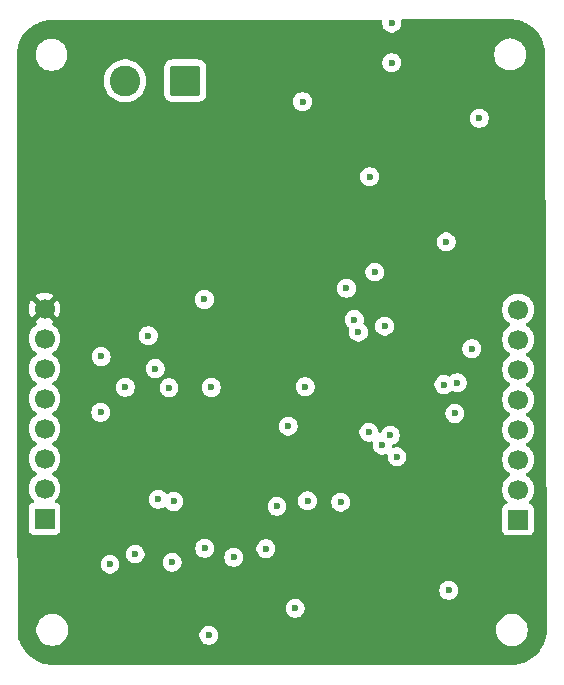
<source format=gbr>
G04 #@! TF.GenerationSoftware,KiCad,Pcbnew,9.0.5*
G04 #@! TF.CreationDate,2025-12-11T22:36:07+05:30*
G04 #@! TF.ProjectId,GPS_with_STM32,4750535f-7769-4746-985f-53544d33322e,rev?*
G04 #@! TF.SameCoordinates,Original*
G04 #@! TF.FileFunction,Copper,L3,Inr*
G04 #@! TF.FilePolarity,Positive*
%FSLAX46Y46*%
G04 Gerber Fmt 4.6, Leading zero omitted, Abs format (unit mm)*
G04 Created by KiCad (PCBNEW 9.0.5) date 2025-12-11 22:36:07*
%MOMM*%
%LPD*%
G01*
G04 APERTURE LIST*
G04 Aperture macros list*
%AMRoundRect*
0 Rectangle with rounded corners*
0 $1 Rounding radius*
0 $2 $3 $4 $5 $6 $7 $8 $9 X,Y pos of 4 corners*
0 Add a 4 corners polygon primitive as box body*
4,1,4,$2,$3,$4,$5,$6,$7,$8,$9,$2,$3,0*
0 Add four circle primitives for the rounded corners*
1,1,$1+$1,$2,$3*
1,1,$1+$1,$4,$5*
1,1,$1+$1,$6,$7*
1,1,$1+$1,$8,$9*
0 Add four rect primitives between the rounded corners*
20,1,$1+$1,$2,$3,$4,$5,0*
20,1,$1+$1,$4,$5,$6,$7,0*
20,1,$1+$1,$6,$7,$8,$9,0*
20,1,$1+$1,$8,$9,$2,$3,0*%
G04 Aperture macros list end*
G04 #@! TA.AperFunction,ComponentPad*
%ADD10R,1.700000X1.700000*%
G04 #@! TD*
G04 #@! TA.AperFunction,ComponentPad*
%ADD11C,1.700000*%
G04 #@! TD*
G04 #@! TA.AperFunction,ComponentPad*
%ADD12RoundRect,0.250000X1.050000X1.050000X-1.050000X1.050000X-1.050000X-1.050000X1.050000X-1.050000X0*%
G04 #@! TD*
G04 #@! TA.AperFunction,ComponentPad*
%ADD13C,2.600000*%
G04 #@! TD*
G04 #@! TA.AperFunction,ViaPad*
%ADD14C,0.600000*%
G04 #@! TD*
G04 APERTURE END LIST*
D10*
X96656505Y-77903590D03*
D11*
X96656505Y-75363590D03*
X96656505Y-72823590D03*
X96656505Y-70283590D03*
X96656505Y-67743590D03*
X96656505Y-65203590D03*
X96656505Y-62663590D03*
X96656505Y-60123590D03*
D12*
X68469646Y-40753531D03*
D13*
X63389646Y-40753531D03*
D10*
X56556455Y-77833363D03*
D11*
X56556455Y-75293363D03*
X56556455Y-72753363D03*
X56556455Y-70213363D03*
X56556455Y-67673363D03*
X56556455Y-65133363D03*
X56556455Y-62593363D03*
X56556455Y-60053363D03*
D14*
X76237500Y-76787500D03*
X78400000Y-42526031D03*
X84075000Y-48875000D03*
X72585486Y-81110225D03*
X81625000Y-76425000D03*
X93375000Y-43925000D03*
X65350000Y-62350000D03*
X66189673Y-76194968D03*
X67100000Y-66750000D03*
X77198378Y-69995796D03*
X90375000Y-66475000D03*
X78625000Y-66650000D03*
X90560335Y-54399891D03*
X78825000Y-76325000D03*
X77775000Y-85425000D03*
X68246637Y-60053363D03*
X76325000Y-52450000D03*
X86050000Y-51500000D03*
X66000000Y-86275000D03*
X68400000Y-66525000D03*
X75665925Y-73450000D03*
X90775601Y-83901187D03*
X65925000Y-65125000D03*
X63400000Y-66700000D03*
X67500000Y-76375000D03*
X70675000Y-66725000D03*
X70125000Y-80338247D03*
X64225000Y-80825000D03*
X62100000Y-81675000D03*
X67362500Y-81512500D03*
X86400000Y-72600000D03*
X85825000Y-70775000D03*
X70475000Y-87700000D03*
X75300000Y-80375000D03*
X61325000Y-68825000D03*
X61350000Y-64100000D03*
X92737500Y-63437500D03*
X91512500Y-66312500D03*
X85150000Y-71600000D03*
X85350000Y-61525000D03*
X84025000Y-70500000D03*
X83137500Y-62037500D03*
X91300000Y-68925000D03*
X84525000Y-56950000D03*
X85950000Y-39225000D03*
X85950037Y-35869403D03*
X82125000Y-58325000D03*
X82800000Y-60975000D03*
X70100000Y-59275000D03*
G04 #@! TA.AperFunction,Conductor*
G36*
X96003582Y-35550701D02*
G01*
X96323297Y-35568656D01*
X96337094Y-35570210D01*
X96649457Y-35623283D01*
X96663014Y-35626377D01*
X96967469Y-35714089D01*
X96980593Y-35718682D01*
X97273304Y-35839926D01*
X97285826Y-35845955D01*
X97563139Y-35999221D01*
X97574900Y-36006611D01*
X97833314Y-36189966D01*
X97844174Y-36198627D01*
X98080418Y-36409749D01*
X98090250Y-36419581D01*
X98301372Y-36655825D01*
X98310035Y-36666687D01*
X98493385Y-36925094D01*
X98500778Y-36936860D01*
X98654040Y-37214166D01*
X98660073Y-37226695D01*
X98781317Y-37519406D01*
X98785910Y-37532530D01*
X98873622Y-37836985D01*
X98876716Y-37850542D01*
X98929787Y-38162895D01*
X98931344Y-38176713D01*
X98934882Y-38239707D01*
X98948621Y-38484370D01*
X98949305Y-38496540D01*
X98949499Y-38503098D01*
X98949500Y-38503412D01*
X98949500Y-38565892D01*
X98949701Y-38566643D01*
X98949729Y-38575374D01*
X98949728Y-38575376D01*
X98949729Y-38575387D01*
X99099486Y-87229048D01*
X99099317Y-87235919D01*
X99083408Y-87539494D01*
X99082051Y-87552403D01*
X99034971Y-87849655D01*
X99032273Y-87862351D01*
X98954374Y-88153073D01*
X98950363Y-88165416D01*
X98842510Y-88446384D01*
X98837231Y-88458242D01*
X98700591Y-88726414D01*
X98694101Y-88737654D01*
X98530188Y-88990057D01*
X98522559Y-89000558D01*
X98333149Y-89234460D01*
X98324464Y-89244105D01*
X98111651Y-89456919D01*
X98102005Y-89465604D01*
X97868114Y-89655004D01*
X97857614Y-89662633D01*
X97605203Y-89826551D01*
X97593963Y-89833041D01*
X97325793Y-89969681D01*
X97313935Y-89974960D01*
X97032967Y-90082813D01*
X97020624Y-90086824D01*
X96729902Y-90164723D01*
X96717205Y-90167421D01*
X96419953Y-90214500D01*
X96407046Y-90215857D01*
X96103294Y-90231776D01*
X96096700Y-90231946D01*
X57207929Y-90199419D01*
X57200240Y-90199174D01*
X56882519Y-90179166D01*
X56868773Y-90177526D01*
X56558154Y-90122738D01*
X56544677Y-90119576D01*
X56242106Y-90030508D01*
X56229065Y-90025864D01*
X55938300Y-89903622D01*
X55925858Y-89897553D01*
X55650533Y-89743665D01*
X55638845Y-89736247D01*
X55382386Y-89552625D01*
X55371598Y-89543950D01*
X55137210Y-89332892D01*
X55127462Y-89323076D01*
X54918046Y-89087193D01*
X54909455Y-89076353D01*
X54727642Y-88818603D01*
X54720307Y-88806863D01*
X54568363Y-88530464D01*
X54562382Y-88517980D01*
X54481521Y-88321789D01*
X54442189Y-88226361D01*
X54437643Y-88213307D01*
X54350698Y-87910082D01*
X54347638Y-87896610D01*
X54295036Y-87585599D01*
X54293494Y-87571844D01*
X54293459Y-87571213D01*
X54275692Y-87253425D01*
X54275500Y-87246657D01*
X54275500Y-87184108D01*
X54275431Y-87183854D01*
X54275386Y-87139829D01*
X55867177Y-87139829D01*
X55867177Y-87352402D01*
X55900430Y-87562355D01*
X55900430Y-87562357D01*
X55900431Y-87562359D01*
X55919534Y-87621153D01*
X55966121Y-87764530D01*
X56062628Y-87953936D01*
X56187567Y-88125902D01*
X56337890Y-88276225D01*
X56509856Y-88401164D01*
X56509858Y-88401165D01*
X56509861Y-88401167D01*
X56699265Y-88497673D01*
X56901434Y-88563362D01*
X57111390Y-88596616D01*
X57111391Y-88596616D01*
X57323963Y-88596616D01*
X57323964Y-88596616D01*
X57533920Y-88563362D01*
X57736089Y-88497673D01*
X57925493Y-88401167D01*
X57947466Y-88385202D01*
X58097463Y-88276225D01*
X58097465Y-88276222D01*
X58097469Y-88276220D01*
X58247781Y-88125908D01*
X58247783Y-88125904D01*
X58247786Y-88125902D01*
X58372725Y-87953936D01*
X58372724Y-87953936D01*
X58372728Y-87953932D01*
X58469234Y-87764528D01*
X58515820Y-87621153D01*
X69674500Y-87621153D01*
X69674500Y-87778846D01*
X69705261Y-87933489D01*
X69705264Y-87933501D01*
X69765602Y-88079172D01*
X69765609Y-88079185D01*
X69853210Y-88210288D01*
X69853213Y-88210292D01*
X69964707Y-88321786D01*
X69964711Y-88321789D01*
X70095814Y-88409390D01*
X70095827Y-88409397D01*
X70213751Y-88458242D01*
X70241503Y-88469737D01*
X70381936Y-88497671D01*
X70396153Y-88500499D01*
X70396156Y-88500500D01*
X70396158Y-88500500D01*
X70553844Y-88500500D01*
X70553845Y-88500499D01*
X70708497Y-88469737D01*
X70821166Y-88423067D01*
X70854172Y-88409397D01*
X70854172Y-88409396D01*
X70854179Y-88409394D01*
X70985289Y-88321789D01*
X71096789Y-88210289D01*
X71184394Y-88079179D01*
X71244737Y-87933497D01*
X71275500Y-87778842D01*
X71275500Y-87621158D01*
X71275500Y-87621155D01*
X71275499Y-87621153D01*
X71244738Y-87466510D01*
X71244737Y-87466503D01*
X71197476Y-87352403D01*
X71184397Y-87320827D01*
X71184390Y-87320814D01*
X71112152Y-87212702D01*
X71112151Y-87212701D01*
X71096791Y-87189713D01*
X71096786Y-87189707D01*
X71055762Y-87148683D01*
X94778098Y-87148683D01*
X94778098Y-87361256D01*
X94809949Y-87562359D01*
X94811352Y-87571213D01*
X94827580Y-87621158D01*
X94877042Y-87773384D01*
X94973549Y-87962790D01*
X95098488Y-88134756D01*
X95248811Y-88285079D01*
X95420777Y-88410018D01*
X95420779Y-88410019D01*
X95420782Y-88410021D01*
X95610186Y-88506527D01*
X95812355Y-88572216D01*
X96022311Y-88605470D01*
X96022312Y-88605470D01*
X96234884Y-88605470D01*
X96234885Y-88605470D01*
X96444841Y-88572216D01*
X96647010Y-88506527D01*
X96836414Y-88410021D01*
X96957860Y-88321786D01*
X97008384Y-88285079D01*
X97008386Y-88285076D01*
X97008390Y-88285074D01*
X97158702Y-88134762D01*
X97158704Y-88134758D01*
X97158707Y-88134756D01*
X97283646Y-87962790D01*
X97283645Y-87962790D01*
X97283649Y-87962786D01*
X97380155Y-87773382D01*
X97445844Y-87571213D01*
X97479098Y-87361257D01*
X97479098Y-87148683D01*
X97445844Y-86938727D01*
X97380155Y-86736558D01*
X97283649Y-86547154D01*
X97283647Y-86547151D01*
X97283646Y-86547149D01*
X97158707Y-86375183D01*
X97008384Y-86224860D01*
X96836418Y-86099921D01*
X96647012Y-86003414D01*
X96647011Y-86003413D01*
X96647010Y-86003413D01*
X96444841Y-85937724D01*
X96444839Y-85937723D01*
X96444838Y-85937723D01*
X96283555Y-85912178D01*
X96234885Y-85904470D01*
X96022311Y-85904470D01*
X95973640Y-85912178D01*
X95812358Y-85937723D01*
X95610183Y-86003414D01*
X95420777Y-86099921D01*
X95248811Y-86224860D01*
X95098488Y-86375183D01*
X94973549Y-86547149D01*
X94877042Y-86736555D01*
X94811351Y-86938730D01*
X94778098Y-87148683D01*
X71055762Y-87148683D01*
X70985292Y-87078213D01*
X70985288Y-87078210D01*
X70854185Y-86990609D01*
X70854172Y-86990602D01*
X70708501Y-86930264D01*
X70708489Y-86930261D01*
X70553845Y-86899500D01*
X70553842Y-86899500D01*
X70396158Y-86899500D01*
X70396155Y-86899500D01*
X70241510Y-86930261D01*
X70241498Y-86930264D01*
X70095827Y-86990602D01*
X70095814Y-86990609D01*
X69964711Y-87078210D01*
X69964707Y-87078213D01*
X69853213Y-87189707D01*
X69853210Y-87189711D01*
X69765609Y-87320814D01*
X69765602Y-87320827D01*
X69705264Y-87466498D01*
X69705261Y-87466510D01*
X69674500Y-87621153D01*
X58515820Y-87621153D01*
X58534923Y-87562359D01*
X58568177Y-87352403D01*
X58568177Y-87139829D01*
X58534923Y-86929873D01*
X58469234Y-86727704D01*
X58372728Y-86538300D01*
X58372726Y-86538297D01*
X58372725Y-86538295D01*
X58247786Y-86366329D01*
X58097463Y-86216006D01*
X57925497Y-86091067D01*
X57736091Y-85994560D01*
X57736090Y-85994559D01*
X57736089Y-85994559D01*
X57533920Y-85928870D01*
X57533918Y-85928869D01*
X57533917Y-85928869D01*
X57372634Y-85903324D01*
X57323964Y-85895616D01*
X57111390Y-85895616D01*
X57062719Y-85903324D01*
X56901437Y-85928869D01*
X56699262Y-85994560D01*
X56509856Y-86091067D01*
X56337890Y-86216006D01*
X56187567Y-86366329D01*
X56062628Y-86538295D01*
X55966121Y-86727701D01*
X55900430Y-86929876D01*
X55867177Y-87139829D01*
X54275386Y-87139829D01*
X54273545Y-85346153D01*
X76974500Y-85346153D01*
X76974500Y-85503846D01*
X77005261Y-85658489D01*
X77005264Y-85658501D01*
X77065602Y-85804172D01*
X77065609Y-85804185D01*
X77153210Y-85935288D01*
X77153213Y-85935292D01*
X77264707Y-86046786D01*
X77264711Y-86046789D01*
X77395814Y-86134390D01*
X77395827Y-86134397D01*
X77541498Y-86194735D01*
X77541503Y-86194737D01*
X77692941Y-86224860D01*
X77696153Y-86225499D01*
X77696156Y-86225500D01*
X77696158Y-86225500D01*
X77853844Y-86225500D01*
X77853845Y-86225499D01*
X78008497Y-86194737D01*
X78154179Y-86134394D01*
X78285289Y-86046789D01*
X78396789Y-85935289D01*
X78484394Y-85804179D01*
X78544737Y-85658497D01*
X78575500Y-85503842D01*
X78575500Y-85346158D01*
X78575500Y-85346155D01*
X78575499Y-85346153D01*
X78544738Y-85191510D01*
X78544737Y-85191503D01*
X78544735Y-85191498D01*
X78484397Y-85045827D01*
X78484390Y-85045814D01*
X78396789Y-84914711D01*
X78396786Y-84914707D01*
X78285292Y-84803213D01*
X78285288Y-84803210D01*
X78154185Y-84715609D01*
X78154172Y-84715602D01*
X78008501Y-84655264D01*
X78008489Y-84655261D01*
X77853845Y-84624500D01*
X77853842Y-84624500D01*
X77696158Y-84624500D01*
X77696155Y-84624500D01*
X77541510Y-84655261D01*
X77541498Y-84655264D01*
X77395827Y-84715602D01*
X77395814Y-84715609D01*
X77264711Y-84803210D01*
X77264707Y-84803213D01*
X77153213Y-84914707D01*
X77153210Y-84914711D01*
X77065609Y-85045814D01*
X77065602Y-85045827D01*
X77005264Y-85191498D01*
X77005261Y-85191510D01*
X76974500Y-85346153D01*
X54273545Y-85346153D01*
X54272301Y-84134684D01*
X54271980Y-83822340D01*
X89975101Y-83822340D01*
X89975101Y-83980033D01*
X90005862Y-84134676D01*
X90005865Y-84134688D01*
X90066203Y-84280359D01*
X90066210Y-84280372D01*
X90153811Y-84411475D01*
X90153814Y-84411479D01*
X90265308Y-84522973D01*
X90265312Y-84522976D01*
X90396415Y-84610577D01*
X90396428Y-84610584D01*
X90504297Y-84655264D01*
X90542104Y-84670924D01*
X90696754Y-84701686D01*
X90696757Y-84701687D01*
X90696759Y-84701687D01*
X90854445Y-84701687D01*
X90854446Y-84701686D01*
X91009098Y-84670924D01*
X91154780Y-84610581D01*
X91285890Y-84522976D01*
X91397390Y-84411476D01*
X91484995Y-84280366D01*
X91545338Y-84134684D01*
X91576101Y-83980029D01*
X91576101Y-83822345D01*
X91576101Y-83822342D01*
X91576100Y-83822340D01*
X91545339Y-83667697D01*
X91545338Y-83667690D01*
X91545336Y-83667685D01*
X91484998Y-83522014D01*
X91484991Y-83522001D01*
X91397390Y-83390898D01*
X91397387Y-83390894D01*
X91285893Y-83279400D01*
X91285889Y-83279397D01*
X91154786Y-83191796D01*
X91154773Y-83191789D01*
X91009102Y-83131451D01*
X91009090Y-83131448D01*
X90854446Y-83100687D01*
X90854443Y-83100687D01*
X90696759Y-83100687D01*
X90696756Y-83100687D01*
X90542111Y-83131448D01*
X90542099Y-83131451D01*
X90396428Y-83191789D01*
X90396415Y-83191796D01*
X90265312Y-83279397D01*
X90265308Y-83279400D01*
X90153814Y-83390894D01*
X90153811Y-83390898D01*
X90066210Y-83522001D01*
X90066203Y-83522014D01*
X90005865Y-83667685D01*
X90005862Y-83667697D01*
X89975101Y-83822340D01*
X54271980Y-83822340D01*
X54271974Y-83816380D01*
X54270247Y-82134286D01*
X54269694Y-81596153D01*
X61299500Y-81596153D01*
X61299500Y-81753846D01*
X61330261Y-81908489D01*
X61330264Y-81908501D01*
X61390602Y-82054172D01*
X61390609Y-82054185D01*
X61478210Y-82185288D01*
X61478213Y-82185292D01*
X61589707Y-82296786D01*
X61589711Y-82296789D01*
X61720814Y-82384390D01*
X61720827Y-82384397D01*
X61866498Y-82444735D01*
X61866503Y-82444737D01*
X62021153Y-82475499D01*
X62021156Y-82475500D01*
X62021158Y-82475500D01*
X62178844Y-82475500D01*
X62178845Y-82475499D01*
X62333497Y-82444737D01*
X62479179Y-82384394D01*
X62610289Y-82296789D01*
X62721789Y-82185289D01*
X62809394Y-82054179D01*
X62869737Y-81908497D01*
X62900500Y-81753842D01*
X62900500Y-81596158D01*
X62900500Y-81596155D01*
X62900499Y-81596153D01*
X62870788Y-81446789D01*
X62869737Y-81441503D01*
X62866486Y-81433655D01*
X62809397Y-81295827D01*
X62809390Y-81295814D01*
X62721789Y-81164711D01*
X62721786Y-81164707D01*
X62610292Y-81053213D01*
X62610288Y-81053210D01*
X62479185Y-80965609D01*
X62479172Y-80965602D01*
X62333501Y-80905264D01*
X62333489Y-80905261D01*
X62178845Y-80874500D01*
X62178842Y-80874500D01*
X62021158Y-80874500D01*
X62021155Y-80874500D01*
X61866510Y-80905261D01*
X61866498Y-80905264D01*
X61720827Y-80965602D01*
X61720814Y-80965609D01*
X61589711Y-81053210D01*
X61589707Y-81053213D01*
X61478213Y-81164707D01*
X61478210Y-81164711D01*
X61390609Y-81295814D01*
X61390602Y-81295827D01*
X61330264Y-81441498D01*
X61330261Y-81441510D01*
X61299500Y-81596153D01*
X54269694Y-81596153D01*
X54268821Y-80746153D01*
X63424500Y-80746153D01*
X63424500Y-80903846D01*
X63455261Y-81058489D01*
X63455264Y-81058501D01*
X63515602Y-81204172D01*
X63515609Y-81204185D01*
X63603210Y-81335288D01*
X63603213Y-81335292D01*
X63714707Y-81446786D01*
X63714711Y-81446789D01*
X63845814Y-81534390D01*
X63845827Y-81534397D01*
X63983316Y-81591346D01*
X63991503Y-81594737D01*
X64121087Y-81620513D01*
X64146153Y-81625499D01*
X64146156Y-81625500D01*
X64146158Y-81625500D01*
X64303844Y-81625500D01*
X64303845Y-81625499D01*
X64458497Y-81594737D01*
X64604179Y-81534394D01*
X64735289Y-81446789D01*
X64748425Y-81433653D01*
X66562000Y-81433653D01*
X66562000Y-81591346D01*
X66592761Y-81745989D01*
X66592764Y-81746001D01*
X66653102Y-81891672D01*
X66653109Y-81891685D01*
X66740710Y-82022788D01*
X66740713Y-82022792D01*
X66852207Y-82134286D01*
X66852211Y-82134289D01*
X66983314Y-82221890D01*
X66983327Y-82221897D01*
X67128998Y-82282235D01*
X67129003Y-82282237D01*
X67283653Y-82312999D01*
X67283656Y-82313000D01*
X67283658Y-82313000D01*
X67441344Y-82313000D01*
X67441345Y-82312999D01*
X67595997Y-82282237D01*
X67741679Y-82221894D01*
X67872789Y-82134289D01*
X67984289Y-82022789D01*
X68071894Y-81891679D01*
X68132237Y-81745997D01*
X68163000Y-81591342D01*
X68163000Y-81433658D01*
X68163000Y-81433655D01*
X68162999Y-81433653D01*
X68144347Y-81339885D01*
X68132237Y-81279003D01*
X68101244Y-81204179D01*
X68071897Y-81133327D01*
X68071890Y-81133314D01*
X67984289Y-81002211D01*
X67984286Y-81002207D01*
X67872792Y-80890713D01*
X67872788Y-80890710D01*
X67741685Y-80803109D01*
X67741672Y-80803102D01*
X67596001Y-80742764D01*
X67595989Y-80742761D01*
X67441345Y-80712000D01*
X67441342Y-80712000D01*
X67283658Y-80712000D01*
X67283655Y-80712000D01*
X67129010Y-80742761D01*
X67128998Y-80742764D01*
X66983327Y-80803102D01*
X66983314Y-80803109D01*
X66852211Y-80890710D01*
X66852207Y-80890713D01*
X66740713Y-81002207D01*
X66740710Y-81002211D01*
X66653109Y-81133314D01*
X66653102Y-81133327D01*
X66592764Y-81278998D01*
X66592761Y-81279010D01*
X66562000Y-81433653D01*
X64748425Y-81433653D01*
X64842194Y-81339885D01*
X64846786Y-81335292D01*
X64846789Y-81335289D01*
X64934394Y-81204179D01*
X64994737Y-81058497D01*
X65025500Y-80903842D01*
X65025500Y-80746158D01*
X65025500Y-80746155D01*
X65025499Y-80746153D01*
X65019783Y-80717419D01*
X64994737Y-80591503D01*
X64986549Y-80571736D01*
X64934397Y-80445827D01*
X64934390Y-80445814D01*
X64851796Y-80322204D01*
X64846789Y-80314711D01*
X64846786Y-80314707D01*
X64791479Y-80259400D01*
X69324500Y-80259400D01*
X69324500Y-80417093D01*
X69355261Y-80571736D01*
X69355264Y-80571748D01*
X69415602Y-80717419D01*
X69415609Y-80717432D01*
X69503210Y-80848535D01*
X69503213Y-80848539D01*
X69614707Y-80960033D01*
X69614711Y-80960036D01*
X69745814Y-81047637D01*
X69745827Y-81047644D01*
X69891498Y-81107982D01*
X69891503Y-81107984D01*
X70018845Y-81133314D01*
X70046153Y-81138746D01*
X70046156Y-81138747D01*
X70046158Y-81138747D01*
X70203844Y-81138747D01*
X70203845Y-81138746D01*
X70358497Y-81107984D01*
X70504179Y-81047641D01*
X70528518Y-81031378D01*
X71784986Y-81031378D01*
X71784986Y-81189071D01*
X71815747Y-81343714D01*
X71815750Y-81343726D01*
X71876088Y-81489397D01*
X71876095Y-81489410D01*
X71963696Y-81620513D01*
X71963699Y-81620517D01*
X72075193Y-81732011D01*
X72075197Y-81732014D01*
X72206300Y-81819615D01*
X72206313Y-81819622D01*
X72351984Y-81879960D01*
X72351989Y-81879962D01*
X72495403Y-81908489D01*
X72506639Y-81910724D01*
X72506642Y-81910725D01*
X72506644Y-81910725D01*
X72664330Y-81910725D01*
X72664331Y-81910724D01*
X72818983Y-81879962D01*
X72964665Y-81819619D01*
X73095775Y-81732014D01*
X73207275Y-81620514D01*
X73294880Y-81489404D01*
X73355223Y-81343722D01*
X73385986Y-81189067D01*
X73385986Y-81031383D01*
X73385986Y-81031380D01*
X73385985Y-81031378D01*
X73379104Y-80996786D01*
X73355223Y-80876728D01*
X73343545Y-80848535D01*
X73294883Y-80731052D01*
X73294876Y-80731039D01*
X73207275Y-80599936D01*
X73207272Y-80599932D01*
X73095778Y-80488438D01*
X73095774Y-80488435D01*
X72964671Y-80400834D01*
X72964658Y-80400827D01*
X72818987Y-80340489D01*
X72818975Y-80340486D01*
X72664331Y-80309725D01*
X72664328Y-80309725D01*
X72506644Y-80309725D01*
X72506641Y-80309725D01*
X72351996Y-80340486D01*
X72351984Y-80340489D01*
X72206313Y-80400827D01*
X72206300Y-80400834D01*
X72075197Y-80488435D01*
X72075193Y-80488438D01*
X71963699Y-80599932D01*
X71963696Y-80599936D01*
X71876095Y-80731039D01*
X71876088Y-80731052D01*
X71815750Y-80876723D01*
X71815747Y-80876735D01*
X71784986Y-81031378D01*
X70528518Y-81031378D01*
X70635289Y-80960036D01*
X70635292Y-80960033D01*
X70657716Y-80937610D01*
X70746786Y-80848539D01*
X70746789Y-80848536D01*
X70834394Y-80717426D01*
X70894737Y-80571744D01*
X70925500Y-80417089D01*
X70925500Y-80296153D01*
X74499500Y-80296153D01*
X74499500Y-80453846D01*
X74530261Y-80608489D01*
X74530264Y-80608501D01*
X74590602Y-80754172D01*
X74590609Y-80754185D01*
X74678210Y-80885288D01*
X74678213Y-80885292D01*
X74789707Y-80996786D01*
X74789711Y-80996789D01*
X74920814Y-81084390D01*
X74920827Y-81084397D01*
X75066498Y-81144735D01*
X75066503Y-81144737D01*
X75221153Y-81175499D01*
X75221156Y-81175500D01*
X75221158Y-81175500D01*
X75378844Y-81175500D01*
X75378845Y-81175499D01*
X75533497Y-81144737D01*
X75679179Y-81084394D01*
X75810289Y-80996789D01*
X75921789Y-80885289D01*
X76009394Y-80754179D01*
X76012719Y-80746153D01*
X76069735Y-80608501D01*
X76069737Y-80608497D01*
X76100500Y-80453842D01*
X76100500Y-80296158D01*
X76100500Y-80296155D01*
X76100499Y-80296153D01*
X76082012Y-80203213D01*
X76069737Y-80141503D01*
X76069735Y-80141498D01*
X76009397Y-79995827D01*
X76009390Y-79995814D01*
X75921789Y-79864711D01*
X75921786Y-79864707D01*
X75810292Y-79753213D01*
X75810288Y-79753210D01*
X75679185Y-79665609D01*
X75679172Y-79665602D01*
X75533501Y-79605264D01*
X75533489Y-79605261D01*
X75378845Y-79574500D01*
X75378842Y-79574500D01*
X75221158Y-79574500D01*
X75221155Y-79574500D01*
X75066510Y-79605261D01*
X75066498Y-79605264D01*
X74920827Y-79665602D01*
X74920814Y-79665609D01*
X74789711Y-79753210D01*
X74789707Y-79753213D01*
X74678213Y-79864707D01*
X74678210Y-79864711D01*
X74590609Y-79995814D01*
X74590602Y-79995827D01*
X74530264Y-80141498D01*
X74530261Y-80141510D01*
X74499500Y-80296153D01*
X70925500Y-80296153D01*
X70925500Y-80259405D01*
X70925500Y-80259402D01*
X70925499Y-80259400D01*
X70894737Y-80104750D01*
X70894735Y-80104745D01*
X70834397Y-79959074D01*
X70834390Y-79959061D01*
X70746789Y-79827958D01*
X70746786Y-79827954D01*
X70635292Y-79716460D01*
X70635288Y-79716457D01*
X70504185Y-79628856D01*
X70504172Y-79628849D01*
X70358501Y-79568511D01*
X70358489Y-79568508D01*
X70203845Y-79537747D01*
X70203842Y-79537747D01*
X70046158Y-79537747D01*
X70046155Y-79537747D01*
X69891510Y-79568508D01*
X69891498Y-79568511D01*
X69745827Y-79628849D01*
X69745814Y-79628856D01*
X69614711Y-79716457D01*
X69614707Y-79716460D01*
X69503213Y-79827954D01*
X69503210Y-79827958D01*
X69415609Y-79959061D01*
X69415602Y-79959074D01*
X69355264Y-80104745D01*
X69355261Y-80104757D01*
X69324500Y-80259400D01*
X64791479Y-80259400D01*
X64735292Y-80203213D01*
X64735288Y-80203210D01*
X64604185Y-80115609D01*
X64604172Y-80115602D01*
X64458501Y-80055264D01*
X64458489Y-80055261D01*
X64303845Y-80024500D01*
X64303842Y-80024500D01*
X64146158Y-80024500D01*
X64146155Y-80024500D01*
X63991510Y-80055261D01*
X63991498Y-80055264D01*
X63845827Y-80115602D01*
X63845814Y-80115609D01*
X63714711Y-80203210D01*
X63714707Y-80203213D01*
X63603213Y-80314707D01*
X63603210Y-80314711D01*
X63515609Y-80445814D01*
X63515602Y-80445827D01*
X63455264Y-80591498D01*
X63455261Y-80591510D01*
X63424500Y-80746153D01*
X54268821Y-80746153D01*
X54250075Y-62487076D01*
X55205955Y-62487076D01*
X55205955Y-62699650D01*
X55210631Y-62729172D01*
X55231397Y-62860288D01*
X55239209Y-62909606D01*
X55287879Y-63059397D01*
X55304899Y-63111777D01*
X55401406Y-63301183D01*
X55526345Y-63473149D01*
X55676668Y-63623472D01*
X55848637Y-63748413D01*
X55857401Y-63752879D01*
X55908197Y-63800854D01*
X55924991Y-63868675D01*
X55902453Y-63934810D01*
X55857401Y-63973847D01*
X55848637Y-63978312D01*
X55676668Y-64103253D01*
X55526345Y-64253576D01*
X55401406Y-64425542D01*
X55304899Y-64614948D01*
X55239208Y-64817123D01*
X55205955Y-65027076D01*
X55205955Y-65239650D01*
X55239209Y-65449606D01*
X55299542Y-65635292D01*
X55304899Y-65651777D01*
X55401406Y-65841183D01*
X55526345Y-66013149D01*
X55676668Y-66163472D01*
X55848637Y-66288413D01*
X55857401Y-66292879D01*
X55908197Y-66340854D01*
X55924991Y-66408675D01*
X55902453Y-66474810D01*
X55857401Y-66513847D01*
X55848637Y-66518312D01*
X55676668Y-66643253D01*
X55526345Y-66793576D01*
X55401406Y-66965542D01*
X55304899Y-67154948D01*
X55239208Y-67357123D01*
X55226970Y-67434394D01*
X55205955Y-67567076D01*
X55205955Y-67779650D01*
X55239209Y-67989606D01*
X55293034Y-68155263D01*
X55304899Y-68191777D01*
X55401406Y-68381183D01*
X55526345Y-68553149D01*
X55676668Y-68703472D01*
X55848637Y-68828413D01*
X55857401Y-68832879D01*
X55908197Y-68880854D01*
X55924991Y-68948675D01*
X55902453Y-69014810D01*
X55857401Y-69053847D01*
X55848637Y-69058312D01*
X55676668Y-69183253D01*
X55526345Y-69333576D01*
X55401406Y-69505542D01*
X55304899Y-69694948D01*
X55239208Y-69897123D01*
X55205955Y-70107076D01*
X55205955Y-70319649D01*
X55235483Y-70506085D01*
X55239209Y-70529606D01*
X55293325Y-70696158D01*
X55304899Y-70731777D01*
X55401406Y-70921183D01*
X55526345Y-71093149D01*
X55676668Y-71243472D01*
X55848637Y-71368413D01*
X55857401Y-71372879D01*
X55908197Y-71420854D01*
X55924991Y-71488675D01*
X55902453Y-71554810D01*
X55857401Y-71593847D01*
X55848637Y-71598312D01*
X55676668Y-71723253D01*
X55526345Y-71873576D01*
X55401406Y-72045542D01*
X55304899Y-72234948D01*
X55239208Y-72437123D01*
X55205955Y-72647076D01*
X55205955Y-72859649D01*
X55224887Y-72979185D01*
X55239209Y-73069606D01*
X55288656Y-73221789D01*
X55304899Y-73271777D01*
X55401406Y-73461183D01*
X55526345Y-73633149D01*
X55676668Y-73783472D01*
X55848637Y-73908413D01*
X55857401Y-73912879D01*
X55908197Y-73960854D01*
X55924991Y-74028675D01*
X55902453Y-74094810D01*
X55857401Y-74133847D01*
X55848637Y-74138312D01*
X55676668Y-74263253D01*
X55526345Y-74413576D01*
X55401406Y-74585542D01*
X55304899Y-74774948D01*
X55239208Y-74977123D01*
X55205955Y-75187076D01*
X55205955Y-75399649D01*
X55238520Y-75605261D01*
X55239209Y-75609606D01*
X55302115Y-75803211D01*
X55304899Y-75811777D01*
X55401406Y-76001183D01*
X55526345Y-76173149D01*
X55639885Y-76286689D01*
X55673370Y-76348012D01*
X55668386Y-76417704D01*
X55626514Y-76473637D01*
X55595538Y-76490552D01*
X55464124Y-76539566D01*
X55464119Y-76539569D01*
X55348910Y-76625815D01*
X55348907Y-76625818D01*
X55262661Y-76741027D01*
X55262657Y-76741034D01*
X55212363Y-76875880D01*
X55205976Y-76935292D01*
X55205956Y-76935486D01*
X55205955Y-76935498D01*
X55205955Y-78731233D01*
X55205956Y-78731239D01*
X55212363Y-78790846D01*
X55262657Y-78925691D01*
X55262661Y-78925698D01*
X55348907Y-79040907D01*
X55348910Y-79040910D01*
X55464119Y-79127156D01*
X55464126Y-79127160D01*
X55598972Y-79177454D01*
X55598971Y-79177454D01*
X55605899Y-79178198D01*
X55658582Y-79183863D01*
X57454327Y-79183862D01*
X57513938Y-79177454D01*
X57648786Y-79127159D01*
X57764001Y-79040909D01*
X57850251Y-78925694D01*
X57900546Y-78790846D01*
X57906955Y-78731236D01*
X57906954Y-76935491D01*
X57900546Y-76875880D01*
X57896989Y-76866344D01*
X57850252Y-76741034D01*
X57850248Y-76741027D01*
X57764002Y-76625818D01*
X57763999Y-76625815D01*
X57648790Y-76539569D01*
X57648783Y-76539565D01*
X57517372Y-76490552D01*
X57461438Y-76448681D01*
X57437021Y-76383216D01*
X57451873Y-76314943D01*
X57473018Y-76286695D01*
X57586559Y-76173155D01*
X57627996Y-76116121D01*
X65389173Y-76116121D01*
X65389173Y-76273814D01*
X65419934Y-76428457D01*
X65419937Y-76428469D01*
X65480275Y-76574140D01*
X65480282Y-76574153D01*
X65567883Y-76705256D01*
X65567886Y-76705260D01*
X65679380Y-76816754D01*
X65679384Y-76816757D01*
X65810487Y-76904358D01*
X65810500Y-76904365D01*
X65956171Y-76964703D01*
X65956176Y-76964705D01*
X66110826Y-76995467D01*
X66110829Y-76995468D01*
X66110831Y-76995468D01*
X66268517Y-76995468D01*
X66268518Y-76995467D01*
X66423170Y-76964705D01*
X66568852Y-76904362D01*
X66688436Y-76824458D01*
X66755108Y-76803582D01*
X66822489Y-76822066D01*
X66860425Y-76858671D01*
X66878210Y-76885288D01*
X66878213Y-76885292D01*
X66989707Y-76996786D01*
X66989711Y-76996789D01*
X67120814Y-77084390D01*
X67120827Y-77084397D01*
X67266498Y-77144735D01*
X67266503Y-77144737D01*
X67421153Y-77175499D01*
X67421156Y-77175500D01*
X67421158Y-77175500D01*
X67578844Y-77175500D01*
X67578845Y-77175499D01*
X67733497Y-77144737D01*
X67879179Y-77084394D01*
X68010289Y-76996789D01*
X68121789Y-76885289D01*
X68209394Y-76754179D01*
X68214842Y-76741027D01*
X68228252Y-76708653D01*
X75437000Y-76708653D01*
X75437000Y-76866346D01*
X75467761Y-77020989D01*
X75467764Y-77021001D01*
X75528102Y-77166672D01*
X75528109Y-77166685D01*
X75615710Y-77297788D01*
X75615713Y-77297792D01*
X75727207Y-77409286D01*
X75727211Y-77409289D01*
X75858314Y-77496890D01*
X75858327Y-77496897D01*
X76003998Y-77557235D01*
X76004003Y-77557237D01*
X76158653Y-77587999D01*
X76158656Y-77588000D01*
X76158658Y-77588000D01*
X76316344Y-77588000D01*
X76316345Y-77587999D01*
X76470997Y-77557237D01*
X76616679Y-77496894D01*
X76747789Y-77409289D01*
X76859289Y-77297789D01*
X76946894Y-77166679D01*
X77007237Y-77020997D01*
X77038000Y-76866342D01*
X77038000Y-76708658D01*
X77038000Y-76708655D01*
X77037999Y-76708653D01*
X77035491Y-76696044D01*
X77007237Y-76554003D01*
X77001258Y-76539569D01*
X76946897Y-76408327D01*
X76946895Y-76408323D01*
X76946894Y-76408321D01*
X76859289Y-76277211D01*
X76859287Y-76277208D01*
X76828232Y-76246153D01*
X78024500Y-76246153D01*
X78024500Y-76403846D01*
X78055261Y-76558489D01*
X78055264Y-76558501D01*
X78115602Y-76704172D01*
X78115609Y-76704185D01*
X78203210Y-76835288D01*
X78203213Y-76835292D01*
X78314707Y-76946786D01*
X78314711Y-76946789D01*
X78445814Y-77034390D01*
X78445827Y-77034397D01*
X78591498Y-77094735D01*
X78591503Y-77094737D01*
X78746153Y-77125499D01*
X78746156Y-77125500D01*
X78746158Y-77125500D01*
X78903844Y-77125500D01*
X78903845Y-77125499D01*
X79058497Y-77094737D01*
X79204179Y-77034394D01*
X79335289Y-76946789D01*
X79446789Y-76835289D01*
X79534394Y-76704179D01*
X79537765Y-76696042D01*
X79573489Y-76609794D01*
X79594737Y-76558497D01*
X79625500Y-76403842D01*
X79625500Y-76346153D01*
X80824500Y-76346153D01*
X80824500Y-76503846D01*
X80855261Y-76658489D01*
X80855264Y-76658501D01*
X80915602Y-76804172D01*
X80915609Y-76804185D01*
X81003210Y-76935288D01*
X81003213Y-76935292D01*
X81114707Y-77046786D01*
X81114711Y-77046789D01*
X81245814Y-77134390D01*
X81245827Y-77134397D01*
X81345060Y-77175500D01*
X81391503Y-77194737D01*
X81546153Y-77225499D01*
X81546156Y-77225500D01*
X81546158Y-77225500D01*
X81703844Y-77225500D01*
X81703845Y-77225499D01*
X81858497Y-77194737D01*
X82004179Y-77134394D01*
X82135289Y-77046789D01*
X82246789Y-76935289D01*
X82334394Y-76804179D01*
X82394737Y-76658497D01*
X82425500Y-76503842D01*
X82425500Y-76346158D01*
X82425500Y-76346155D01*
X82425499Y-76346153D01*
X82413671Y-76286689D01*
X82394737Y-76191503D01*
X82387137Y-76173155D01*
X82334397Y-76045827D01*
X82334390Y-76045814D01*
X82246789Y-75914711D01*
X82246786Y-75914707D01*
X82135292Y-75803213D01*
X82135288Y-75803210D01*
X82004185Y-75715609D01*
X82004172Y-75715602D01*
X81858501Y-75655264D01*
X81858489Y-75655261D01*
X81703845Y-75624500D01*
X81703842Y-75624500D01*
X81546158Y-75624500D01*
X81546155Y-75624500D01*
X81391510Y-75655261D01*
X81391498Y-75655264D01*
X81245827Y-75715602D01*
X81245814Y-75715609D01*
X81114711Y-75803210D01*
X81114707Y-75803213D01*
X81003213Y-75914707D01*
X81003210Y-75914711D01*
X80915609Y-76045814D01*
X80915602Y-76045827D01*
X80855264Y-76191498D01*
X80855261Y-76191510D01*
X80824500Y-76346153D01*
X79625500Y-76346153D01*
X79625500Y-76246158D01*
X79625500Y-76246155D01*
X79625499Y-76246153D01*
X79610978Y-76173151D01*
X79594737Y-76091503D01*
X79564193Y-76017763D01*
X79534397Y-75945827D01*
X79534390Y-75945814D01*
X79446789Y-75814711D01*
X79446786Y-75814707D01*
X79335292Y-75703213D01*
X79335288Y-75703210D01*
X79204185Y-75615609D01*
X79204172Y-75615602D01*
X79058501Y-75555264D01*
X79058489Y-75555261D01*
X78903845Y-75524500D01*
X78903842Y-75524500D01*
X78746158Y-75524500D01*
X78746155Y-75524500D01*
X78591510Y-75555261D01*
X78591498Y-75555264D01*
X78445827Y-75615602D01*
X78445814Y-75615609D01*
X78314711Y-75703210D01*
X78314707Y-75703213D01*
X78203213Y-75814707D01*
X78203210Y-75814711D01*
X78115609Y-75945814D01*
X78115602Y-75945827D01*
X78055264Y-76091498D01*
X78055261Y-76091510D01*
X78024500Y-76246153D01*
X76828232Y-76246153D01*
X76747792Y-76165713D01*
X76747788Y-76165710D01*
X76616685Y-76078109D01*
X76616672Y-76078102D01*
X76471001Y-76017764D01*
X76470989Y-76017761D01*
X76316345Y-75987000D01*
X76316342Y-75987000D01*
X76158658Y-75987000D01*
X76158655Y-75987000D01*
X76004010Y-76017761D01*
X76003998Y-76017764D01*
X75858327Y-76078102D01*
X75858314Y-76078109D01*
X75727211Y-76165710D01*
X75727207Y-76165713D01*
X75615713Y-76277207D01*
X75615710Y-76277211D01*
X75528109Y-76408314D01*
X75528102Y-76408327D01*
X75467764Y-76553998D01*
X75467761Y-76554010D01*
X75437000Y-76708653D01*
X68228252Y-76708653D01*
X68250428Y-76655114D01*
X68269199Y-76609796D01*
X68269737Y-76608497D01*
X68300500Y-76453842D01*
X68300500Y-76296158D01*
X68300500Y-76296155D01*
X68300499Y-76296153D01*
X68290001Y-76243376D01*
X68269737Y-76141503D01*
X68259224Y-76116121D01*
X68209397Y-75995827D01*
X68209390Y-75995814D01*
X68121789Y-75864711D01*
X68121786Y-75864707D01*
X68010292Y-75753213D01*
X68010288Y-75753210D01*
X67879185Y-75665609D01*
X67879172Y-75665602D01*
X67733501Y-75605264D01*
X67733489Y-75605261D01*
X67578845Y-75574500D01*
X67578842Y-75574500D01*
X67421158Y-75574500D01*
X67421155Y-75574500D01*
X67266510Y-75605261D01*
X67266498Y-75605264D01*
X67120827Y-75665602D01*
X67120816Y-75665608D01*
X67001239Y-75745507D01*
X66934562Y-75766384D01*
X66867182Y-75747899D01*
X66829247Y-75711296D01*
X66811459Y-75684675D01*
X66699965Y-75573181D01*
X66699961Y-75573178D01*
X66568858Y-75485577D01*
X66568845Y-75485570D01*
X66423174Y-75425232D01*
X66423162Y-75425229D01*
X66268518Y-75394468D01*
X66268515Y-75394468D01*
X66110831Y-75394468D01*
X66110828Y-75394468D01*
X65956183Y-75425229D01*
X65956171Y-75425232D01*
X65810500Y-75485570D01*
X65810487Y-75485577D01*
X65679384Y-75573178D01*
X65679380Y-75573181D01*
X65567886Y-75684675D01*
X65567883Y-75684679D01*
X65480282Y-75815782D01*
X65480275Y-75815795D01*
X65419937Y-75961466D01*
X65419934Y-75961478D01*
X65389173Y-76116121D01*
X57627996Y-76116121D01*
X57711506Y-76001179D01*
X57808012Y-75811775D01*
X57873701Y-75609606D01*
X57906955Y-75399650D01*
X57906955Y-75187076D01*
X57873701Y-74977120D01*
X57808012Y-74774951D01*
X57711506Y-74585547D01*
X57711504Y-74585544D01*
X57711503Y-74585542D01*
X57586564Y-74413576D01*
X57436241Y-74263253D01*
X57264275Y-74138314D01*
X57263570Y-74137954D01*
X57255509Y-74133848D01*
X57204714Y-74085875D01*
X57187918Y-74018055D01*
X57210454Y-73951919D01*
X57255509Y-73912878D01*
X57264271Y-73908414D01*
X57286244Y-73892449D01*
X57436241Y-73783472D01*
X57436243Y-73783469D01*
X57436247Y-73783467D01*
X57586559Y-73633155D01*
X57586561Y-73633151D01*
X57586564Y-73633149D01*
X57711503Y-73461183D01*
X57711502Y-73461183D01*
X57711506Y-73461179D01*
X57808012Y-73271775D01*
X57873701Y-73069606D01*
X57906955Y-72859650D01*
X57906955Y-72647076D01*
X57873701Y-72437120D01*
X57808012Y-72234951D01*
X57711506Y-72045547D01*
X57711504Y-72045544D01*
X57711503Y-72045542D01*
X57586564Y-71873576D01*
X57436241Y-71723253D01*
X57264275Y-71598314D01*
X57263570Y-71597954D01*
X57255509Y-71593848D01*
X57204714Y-71545875D01*
X57187918Y-71478055D01*
X57210454Y-71411919D01*
X57255509Y-71372878D01*
X57264271Y-71368414D01*
X57286244Y-71352449D01*
X57436241Y-71243472D01*
X57436243Y-71243469D01*
X57436247Y-71243467D01*
X57586559Y-71093155D01*
X57586561Y-71093151D01*
X57586564Y-71093149D01*
X57711503Y-70921183D01*
X57711502Y-70921183D01*
X57711506Y-70921179D01*
X57808012Y-70731775D01*
X57873701Y-70529606D01*
X57906955Y-70319650D01*
X57906955Y-70107076D01*
X57900386Y-70065602D01*
X57878950Y-69930260D01*
X57876842Y-69916951D01*
X57876842Y-69916949D01*
X76397878Y-69916949D01*
X76397878Y-70074642D01*
X76428639Y-70229285D01*
X76428642Y-70229297D01*
X76488980Y-70374968D01*
X76488987Y-70374981D01*
X76576588Y-70506084D01*
X76576591Y-70506088D01*
X76688085Y-70617582D01*
X76688089Y-70617585D01*
X76819192Y-70705186D01*
X76819205Y-70705193D01*
X76887548Y-70733501D01*
X76964881Y-70765533D01*
X77119531Y-70796295D01*
X77119534Y-70796296D01*
X77119536Y-70796296D01*
X77277222Y-70796296D01*
X77277223Y-70796295D01*
X77431875Y-70765533D01*
X77577557Y-70705190D01*
X77708667Y-70617585D01*
X77820167Y-70506085D01*
X77876917Y-70421153D01*
X83224500Y-70421153D01*
X83224500Y-70578846D01*
X83255261Y-70733489D01*
X83255264Y-70733501D01*
X83315602Y-70879172D01*
X83315609Y-70879185D01*
X83403210Y-71010288D01*
X83403213Y-71010292D01*
X83514707Y-71121786D01*
X83514711Y-71121789D01*
X83645814Y-71209390D01*
X83645827Y-71209397D01*
X83728093Y-71243472D01*
X83791503Y-71269737D01*
X83946153Y-71300499D01*
X83946156Y-71300500D01*
X83946158Y-71300500D01*
X84103844Y-71300500D01*
X84192001Y-71282964D01*
X84223305Y-71276737D01*
X84292897Y-71282964D01*
X84348074Y-71325827D01*
X84371319Y-71391716D01*
X84369115Y-71422544D01*
X84349500Y-71521158D01*
X84349500Y-71678846D01*
X84380261Y-71833489D01*
X84380264Y-71833501D01*
X84440602Y-71979172D01*
X84440609Y-71979185D01*
X84528210Y-72110288D01*
X84528213Y-72110292D01*
X84639707Y-72221786D01*
X84639711Y-72221789D01*
X84770814Y-72309390D01*
X84770827Y-72309397D01*
X84844578Y-72339945D01*
X84916503Y-72369737D01*
X85071153Y-72400499D01*
X85071156Y-72400500D01*
X85071158Y-72400500D01*
X85228844Y-72400500D01*
X85228845Y-72400499D01*
X85383497Y-72369737D01*
X85437390Y-72347413D01*
X85506859Y-72339945D01*
X85569338Y-72371220D01*
X85604990Y-72431309D01*
X85606460Y-72486164D01*
X85599500Y-72521157D01*
X85599500Y-72678846D01*
X85630261Y-72833489D01*
X85630264Y-72833501D01*
X85690602Y-72979172D01*
X85690609Y-72979185D01*
X85778210Y-73110288D01*
X85778213Y-73110292D01*
X85889707Y-73221786D01*
X85889711Y-73221789D01*
X86020814Y-73309390D01*
X86020827Y-73309397D01*
X86166498Y-73369735D01*
X86166503Y-73369737D01*
X86321153Y-73400499D01*
X86321156Y-73400500D01*
X86321158Y-73400500D01*
X86478844Y-73400500D01*
X86478845Y-73400499D01*
X86633497Y-73369737D01*
X86779179Y-73309394D01*
X86910289Y-73221789D01*
X87021789Y-73110289D01*
X87109394Y-72979179D01*
X87169737Y-72833497D01*
X87200500Y-72678842D01*
X87200500Y-72521158D01*
X87200500Y-72521157D01*
X87200500Y-72521155D01*
X87200499Y-72521153D01*
X87183784Y-72437123D01*
X87169737Y-72366503D01*
X87161830Y-72347414D01*
X87109397Y-72220827D01*
X87109390Y-72220814D01*
X87021789Y-72089711D01*
X87021786Y-72089707D01*
X86910292Y-71978213D01*
X86910288Y-71978210D01*
X86779185Y-71890609D01*
X86779172Y-71890602D01*
X86633501Y-71830264D01*
X86633489Y-71830261D01*
X86478845Y-71799500D01*
X86478842Y-71799500D01*
X86321158Y-71799500D01*
X86321155Y-71799500D01*
X86166510Y-71830261D01*
X86166499Y-71830264D01*
X86112607Y-71852586D01*
X86106464Y-71853246D01*
X86101302Y-71856639D01*
X86072134Y-71856936D01*
X86043138Y-71860053D01*
X86037614Y-71857288D01*
X86031436Y-71857351D01*
X86006738Y-71841831D01*
X85980659Y-71828777D01*
X85977506Y-71823463D01*
X85972276Y-71820177D01*
X85959890Y-71793771D01*
X85945008Y-71768688D01*
X85944562Y-71761093D01*
X85942605Y-71756921D01*
X85943067Y-71735620D01*
X85942246Y-71721628D01*
X85942768Y-71717709D01*
X85950500Y-71678842D01*
X85950500Y-71659750D01*
X85951589Y-71651587D01*
X85962568Y-71626881D01*
X85970185Y-71600944D01*
X85976545Y-71595432D01*
X85979965Y-71587739D01*
X86002560Y-71572890D01*
X86022989Y-71555189D01*
X86035786Y-71551055D01*
X86038355Y-71549368D01*
X86041098Y-71549340D01*
X86050305Y-71546366D01*
X86058497Y-71544737D01*
X86204179Y-71484394D01*
X86335289Y-71396789D01*
X86446789Y-71285289D01*
X86534394Y-71154179D01*
X86594737Y-71008497D01*
X86625500Y-70853842D01*
X86625500Y-70696158D01*
X86625500Y-70696155D01*
X86625499Y-70696153D01*
X86609870Y-70617582D01*
X86594737Y-70541503D01*
X86589809Y-70529606D01*
X86534397Y-70395827D01*
X86534390Y-70395814D01*
X86446789Y-70264711D01*
X86446786Y-70264707D01*
X86335292Y-70153213D01*
X86335288Y-70153210D01*
X86204185Y-70065609D01*
X86204172Y-70065602D01*
X86058501Y-70005264D01*
X86058489Y-70005261D01*
X85903845Y-69974500D01*
X85903842Y-69974500D01*
X85746158Y-69974500D01*
X85746155Y-69974500D01*
X85591510Y-70005261D01*
X85591498Y-70005264D01*
X85445827Y-70065602D01*
X85445814Y-70065609D01*
X85314711Y-70153210D01*
X85314707Y-70153213D01*
X85203213Y-70264707D01*
X85203210Y-70264711D01*
X85115609Y-70395814D01*
X85115602Y-70395827D01*
X85064061Y-70520261D01*
X85020220Y-70574665D01*
X84953926Y-70596730D01*
X84886227Y-70579451D01*
X84838616Y-70528314D01*
X84825500Y-70472809D01*
X84825500Y-70421155D01*
X84825499Y-70421153D01*
X84819278Y-70389877D01*
X84794737Y-70266503D01*
X84779321Y-70229285D01*
X84734397Y-70120827D01*
X84734390Y-70120814D01*
X84646789Y-69989711D01*
X84646786Y-69989707D01*
X84535292Y-69878213D01*
X84535288Y-69878210D01*
X84404185Y-69790609D01*
X84404172Y-69790602D01*
X84258501Y-69730264D01*
X84258489Y-69730261D01*
X84103845Y-69699500D01*
X84103842Y-69699500D01*
X83946158Y-69699500D01*
X83946155Y-69699500D01*
X83791510Y-69730261D01*
X83791498Y-69730264D01*
X83645827Y-69790602D01*
X83645814Y-69790609D01*
X83514711Y-69878210D01*
X83514707Y-69878213D01*
X83403213Y-69989707D01*
X83403210Y-69989711D01*
X83315609Y-70120814D01*
X83315602Y-70120827D01*
X83255264Y-70266498D01*
X83255261Y-70266510D01*
X83224500Y-70421153D01*
X77876917Y-70421153D01*
X77907772Y-70374975D01*
X77908967Y-70372089D01*
X77910823Y-70367611D01*
X77910823Y-70367610D01*
X77968113Y-70229297D01*
X77968115Y-70229293D01*
X77998878Y-70074638D01*
X77998878Y-69916954D01*
X77998878Y-69916951D01*
X77998877Y-69916949D01*
X77973746Y-69790609D01*
X77968115Y-69762299D01*
X77954846Y-69730264D01*
X77907775Y-69616623D01*
X77907768Y-69616610D01*
X77820167Y-69485507D01*
X77820164Y-69485503D01*
X77708670Y-69374009D01*
X77708666Y-69374006D01*
X77577563Y-69286405D01*
X77577550Y-69286398D01*
X77431879Y-69226060D01*
X77431867Y-69226057D01*
X77277223Y-69195296D01*
X77277220Y-69195296D01*
X77119536Y-69195296D01*
X77119533Y-69195296D01*
X76964888Y-69226057D01*
X76964876Y-69226060D01*
X76819205Y-69286398D01*
X76819192Y-69286405D01*
X76688089Y-69374006D01*
X76688085Y-69374009D01*
X76576591Y-69485503D01*
X76576588Y-69485507D01*
X76488987Y-69616610D01*
X76488980Y-69616623D01*
X76428642Y-69762294D01*
X76428639Y-69762306D01*
X76397878Y-69916949D01*
X57876842Y-69916949D01*
X57873701Y-69897120D01*
X57808012Y-69694951D01*
X57711506Y-69505547D01*
X57711504Y-69505544D01*
X57711503Y-69505542D01*
X57586564Y-69333576D01*
X57436241Y-69183253D01*
X57264275Y-69058314D01*
X57263570Y-69057954D01*
X57255509Y-69053848D01*
X57204714Y-69005875D01*
X57187918Y-68938055D01*
X57210454Y-68871919D01*
X57255509Y-68832878D01*
X57264271Y-68828414D01*
X57286244Y-68812449D01*
X57377494Y-68746153D01*
X60524500Y-68746153D01*
X60524500Y-68903846D01*
X60555261Y-69058489D01*
X60555264Y-69058501D01*
X60615602Y-69204172D01*
X60615609Y-69204185D01*
X60703210Y-69335288D01*
X60703213Y-69335292D01*
X60814707Y-69446786D01*
X60814711Y-69446789D01*
X60945814Y-69534390D01*
X60945827Y-69534397D01*
X61091498Y-69594735D01*
X61091503Y-69594737D01*
X61201531Y-69616623D01*
X61246153Y-69625499D01*
X61246156Y-69625500D01*
X61246158Y-69625500D01*
X61403844Y-69625500D01*
X61403845Y-69625499D01*
X61558497Y-69594737D01*
X61704179Y-69534394D01*
X61835289Y-69446789D01*
X61946789Y-69335289D01*
X62034394Y-69204179D01*
X62038074Y-69195296D01*
X62094735Y-69058501D01*
X62094737Y-69058497D01*
X62125500Y-68903842D01*
X62125500Y-68846153D01*
X90499500Y-68846153D01*
X90499500Y-69003846D01*
X90530261Y-69158489D01*
X90530264Y-69158501D01*
X90590602Y-69304172D01*
X90590609Y-69304185D01*
X90678210Y-69435288D01*
X90678213Y-69435292D01*
X90789707Y-69546786D01*
X90789711Y-69546789D01*
X90920814Y-69634390D01*
X90920827Y-69634397D01*
X91066498Y-69694735D01*
X91066503Y-69694737D01*
X91221153Y-69725499D01*
X91221156Y-69725500D01*
X91221158Y-69725500D01*
X91378844Y-69725500D01*
X91378845Y-69725499D01*
X91533497Y-69694737D01*
X91679179Y-69634394D01*
X91810289Y-69546789D01*
X91921789Y-69435289D01*
X92009394Y-69304179D01*
X92069737Y-69158497D01*
X92100500Y-69003842D01*
X92100500Y-68846158D01*
X92100500Y-68846155D01*
X92100499Y-68846153D01*
X92086086Y-68773694D01*
X92069737Y-68691503D01*
X92012431Y-68553153D01*
X92009397Y-68545827D01*
X92009390Y-68545814D01*
X91921789Y-68414711D01*
X91921786Y-68414707D01*
X91810292Y-68303213D01*
X91810288Y-68303210D01*
X91679185Y-68215609D01*
X91679172Y-68215602D01*
X91533501Y-68155264D01*
X91533489Y-68155261D01*
X91378845Y-68124500D01*
X91378842Y-68124500D01*
X91221158Y-68124500D01*
X91221155Y-68124500D01*
X91066510Y-68155261D01*
X91066498Y-68155264D01*
X90920827Y-68215602D01*
X90920814Y-68215609D01*
X90789711Y-68303210D01*
X90789707Y-68303213D01*
X90678213Y-68414707D01*
X90678210Y-68414711D01*
X90590609Y-68545814D01*
X90590602Y-68545827D01*
X90530264Y-68691498D01*
X90530261Y-68691510D01*
X90499500Y-68846153D01*
X62125500Y-68846153D01*
X62125500Y-68746158D01*
X62125500Y-68746155D01*
X62125499Y-68746153D01*
X62094738Y-68591510D01*
X62094737Y-68591503D01*
X62078852Y-68553153D01*
X62034397Y-68445827D01*
X62034390Y-68445814D01*
X61946789Y-68314711D01*
X61946786Y-68314707D01*
X61835292Y-68203213D01*
X61835288Y-68203210D01*
X61704185Y-68115609D01*
X61704172Y-68115602D01*
X61558501Y-68055264D01*
X61558489Y-68055261D01*
X61403845Y-68024500D01*
X61403842Y-68024500D01*
X61246158Y-68024500D01*
X61246155Y-68024500D01*
X61091510Y-68055261D01*
X61091498Y-68055264D01*
X60945827Y-68115602D01*
X60945814Y-68115609D01*
X60814711Y-68203210D01*
X60814707Y-68203213D01*
X60703213Y-68314707D01*
X60703210Y-68314711D01*
X60615609Y-68445814D01*
X60615602Y-68445827D01*
X60555264Y-68591498D01*
X60555261Y-68591510D01*
X60524500Y-68746153D01*
X57377494Y-68746153D01*
X57436241Y-68703472D01*
X57436243Y-68703469D01*
X57436247Y-68703467D01*
X57586559Y-68553155D01*
X57586561Y-68553151D01*
X57586564Y-68553149D01*
X57711503Y-68381183D01*
X57711502Y-68381183D01*
X57711506Y-68381179D01*
X57808012Y-68191775D01*
X57873701Y-67989606D01*
X57906955Y-67779650D01*
X57906955Y-67567076D01*
X57873701Y-67357120D01*
X57808012Y-67154951D01*
X57711506Y-66965547D01*
X57711504Y-66965544D01*
X57711503Y-66965542D01*
X57586564Y-66793576D01*
X57436241Y-66643253D01*
X57405823Y-66621153D01*
X62599500Y-66621153D01*
X62599500Y-66778846D01*
X62630261Y-66933489D01*
X62630264Y-66933501D01*
X62690602Y-67079172D01*
X62690609Y-67079185D01*
X62778210Y-67210288D01*
X62778213Y-67210292D01*
X62889707Y-67321786D01*
X62889711Y-67321789D01*
X63020814Y-67409390D01*
X63020827Y-67409397D01*
X63166498Y-67469735D01*
X63166503Y-67469737D01*
X63292176Y-67494735D01*
X63321153Y-67500499D01*
X63321156Y-67500500D01*
X63321158Y-67500500D01*
X63478844Y-67500500D01*
X63478845Y-67500499D01*
X63633497Y-67469737D01*
X63779179Y-67409394D01*
X63910289Y-67321789D01*
X64021789Y-67210289D01*
X64109394Y-67079179D01*
X64169737Y-66933497D01*
X64200500Y-66778842D01*
X64200500Y-66671153D01*
X66299500Y-66671153D01*
X66299500Y-66828846D01*
X66330261Y-66983489D01*
X66330264Y-66983501D01*
X66390602Y-67129172D01*
X66390609Y-67129185D01*
X66478210Y-67260288D01*
X66478213Y-67260292D01*
X66589707Y-67371786D01*
X66589711Y-67371789D01*
X66720814Y-67459390D01*
X66720827Y-67459397D01*
X66820060Y-67500500D01*
X66866503Y-67519737D01*
X67021153Y-67550499D01*
X67021156Y-67550500D01*
X67021158Y-67550500D01*
X67178844Y-67550500D01*
X67178845Y-67550499D01*
X67333497Y-67519737D01*
X67479179Y-67459394D01*
X67610289Y-67371789D01*
X67721789Y-67260289D01*
X67809394Y-67129179D01*
X67869737Y-66983497D01*
X67900500Y-66828842D01*
X67900500Y-66671158D01*
X67900500Y-66671155D01*
X67900499Y-66671153D01*
X67899128Y-66664257D01*
X67895527Y-66646153D01*
X69874500Y-66646153D01*
X69874500Y-66803846D01*
X69905261Y-66958489D01*
X69905264Y-66958501D01*
X69965602Y-67104172D01*
X69965609Y-67104185D01*
X70053210Y-67235288D01*
X70053213Y-67235292D01*
X70164707Y-67346786D01*
X70164711Y-67346789D01*
X70295814Y-67434390D01*
X70295827Y-67434397D01*
X70441498Y-67494735D01*
X70441503Y-67494737D01*
X70567176Y-67519735D01*
X70596153Y-67525499D01*
X70596156Y-67525500D01*
X70596158Y-67525500D01*
X70753844Y-67525500D01*
X70753845Y-67525499D01*
X70908497Y-67494737D01*
X71054179Y-67434394D01*
X71185289Y-67346789D01*
X71296789Y-67235289D01*
X71384394Y-67104179D01*
X71444737Y-66958497D01*
X71475500Y-66803842D01*
X71475500Y-66646158D01*
X71475500Y-66646155D01*
X71464182Y-66589258D01*
X71464182Y-66589257D01*
X71460581Y-66571153D01*
X77824500Y-66571153D01*
X77824500Y-66728846D01*
X77855261Y-66883489D01*
X77855264Y-66883501D01*
X77915602Y-67029172D01*
X77915609Y-67029185D01*
X78003210Y-67160288D01*
X78003213Y-67160292D01*
X78114707Y-67271786D01*
X78114711Y-67271789D01*
X78245814Y-67359390D01*
X78245827Y-67359397D01*
X78391498Y-67419735D01*
X78391503Y-67419737D01*
X78546153Y-67450499D01*
X78546156Y-67450500D01*
X78546158Y-67450500D01*
X78703844Y-67450500D01*
X78703845Y-67450499D01*
X78858497Y-67419737D01*
X79004179Y-67359394D01*
X79135289Y-67271789D01*
X79246789Y-67160289D01*
X79334394Y-67029179D01*
X79394737Y-66883497D01*
X79425500Y-66728842D01*
X79425500Y-66571158D01*
X79425500Y-66571155D01*
X79425499Y-66571153D01*
X79394739Y-66416512D01*
X79394738Y-66416509D01*
X79394737Y-66416503D01*
X79386308Y-66396153D01*
X89574500Y-66396153D01*
X89574500Y-66553846D01*
X89605261Y-66708489D01*
X89605264Y-66708501D01*
X89665602Y-66854172D01*
X89665609Y-66854185D01*
X89753210Y-66985288D01*
X89753213Y-66985292D01*
X89864707Y-67096786D01*
X89864711Y-67096789D01*
X89995814Y-67184390D01*
X89995827Y-67184397D01*
X90141498Y-67244735D01*
X90141503Y-67244737D01*
X90277487Y-67271786D01*
X90296153Y-67275499D01*
X90296156Y-67275500D01*
X90296158Y-67275500D01*
X90453844Y-67275500D01*
X90453845Y-67275499D01*
X90608497Y-67244737D01*
X90754179Y-67184394D01*
X90885289Y-67096789D01*
X90957576Y-67024501D01*
X91018897Y-66991018D01*
X91088589Y-66996002D01*
X91114145Y-67009081D01*
X91133321Y-67021894D01*
X91133322Y-67021894D01*
X91133323Y-67021895D01*
X91133325Y-67021896D01*
X91271603Y-67079172D01*
X91279003Y-67082237D01*
X91433653Y-67112999D01*
X91433656Y-67113000D01*
X91433658Y-67113000D01*
X91591344Y-67113000D01*
X91591345Y-67112999D01*
X91745997Y-67082237D01*
X91891679Y-67021894D01*
X92022789Y-66934289D01*
X92134289Y-66822789D01*
X92221894Y-66691679D01*
X92282237Y-66545997D01*
X92313000Y-66391342D01*
X92313000Y-66233658D01*
X92313000Y-66233655D01*
X92312999Y-66233653D01*
X92304258Y-66189711D01*
X92282237Y-66079003D01*
X92261199Y-66028213D01*
X92221897Y-65933327D01*
X92221890Y-65933314D01*
X92134289Y-65802211D01*
X92134286Y-65802207D01*
X92022792Y-65690713D01*
X92022788Y-65690710D01*
X91891685Y-65603109D01*
X91891672Y-65603102D01*
X91746001Y-65542764D01*
X91745989Y-65542761D01*
X91591345Y-65512000D01*
X91591342Y-65512000D01*
X91433658Y-65512000D01*
X91433655Y-65512000D01*
X91279010Y-65542761D01*
X91278998Y-65542764D01*
X91133327Y-65603102D01*
X91133314Y-65603109D01*
X91002211Y-65690710D01*
X90929924Y-65762997D01*
X90868600Y-65796481D01*
X90798909Y-65791496D01*
X90773350Y-65778416D01*
X90754181Y-65765607D01*
X90754172Y-65765602D01*
X90608501Y-65705264D01*
X90608489Y-65705261D01*
X90453845Y-65674500D01*
X90453842Y-65674500D01*
X90296158Y-65674500D01*
X90296155Y-65674500D01*
X90141510Y-65705261D01*
X90141498Y-65705264D01*
X89995827Y-65765602D01*
X89995814Y-65765609D01*
X89864711Y-65853210D01*
X89864707Y-65853213D01*
X89753213Y-65964707D01*
X89753210Y-65964711D01*
X89665609Y-66095814D01*
X89665602Y-66095827D01*
X89605264Y-66241498D01*
X89605261Y-66241510D01*
X89574500Y-66396153D01*
X79386308Y-66396153D01*
X79375812Y-66370814D01*
X79334397Y-66270827D01*
X79334390Y-66270814D01*
X79246789Y-66139711D01*
X79246786Y-66139707D01*
X79135292Y-66028213D01*
X79135288Y-66028210D01*
X79004185Y-65940609D01*
X79004172Y-65940602D01*
X78858501Y-65880264D01*
X78858489Y-65880261D01*
X78703845Y-65849500D01*
X78703842Y-65849500D01*
X78546158Y-65849500D01*
X78546155Y-65849500D01*
X78391510Y-65880261D01*
X78391498Y-65880264D01*
X78245827Y-65940602D01*
X78245814Y-65940609D01*
X78114711Y-66028210D01*
X78114707Y-66028213D01*
X78003213Y-66139707D01*
X78003210Y-66139711D01*
X77915609Y-66270814D01*
X77915602Y-66270827D01*
X77855264Y-66416498D01*
X77855261Y-66416510D01*
X77824500Y-66571153D01*
X71460581Y-66571153D01*
X71450070Y-66518314D01*
X71444737Y-66491503D01*
X71413674Y-66416510D01*
X71384397Y-66345827D01*
X71384390Y-66345814D01*
X71296789Y-66214711D01*
X71296786Y-66214707D01*
X71185292Y-66103213D01*
X71185288Y-66103210D01*
X71054185Y-66015609D01*
X71054172Y-66015602D01*
X70908501Y-65955264D01*
X70908489Y-65955261D01*
X70753845Y-65924500D01*
X70753842Y-65924500D01*
X70596158Y-65924500D01*
X70596155Y-65924500D01*
X70441510Y-65955261D01*
X70441498Y-65955264D01*
X70295827Y-66015602D01*
X70295814Y-66015609D01*
X70164711Y-66103210D01*
X70164707Y-66103213D01*
X70053213Y-66214707D01*
X70053210Y-66214711D01*
X69965609Y-66345814D01*
X69965602Y-66345827D01*
X69905264Y-66491498D01*
X69905261Y-66491510D01*
X69874500Y-66646153D01*
X67895527Y-66646153D01*
X67869738Y-66516508D01*
X67869737Y-66516507D01*
X67869737Y-66516503D01*
X67854162Y-66478902D01*
X67809397Y-66370827D01*
X67809390Y-66370814D01*
X67721789Y-66239711D01*
X67721786Y-66239707D01*
X67610292Y-66128213D01*
X67610288Y-66128210D01*
X67479185Y-66040609D01*
X67479172Y-66040602D01*
X67333501Y-65980264D01*
X67333489Y-65980261D01*
X67178845Y-65949500D01*
X67178842Y-65949500D01*
X67021158Y-65949500D01*
X67021155Y-65949500D01*
X66866510Y-65980261D01*
X66866498Y-65980264D01*
X66720827Y-66040602D01*
X66720814Y-66040609D01*
X66589711Y-66128210D01*
X66589707Y-66128213D01*
X66478213Y-66239707D01*
X66478210Y-66239711D01*
X66390609Y-66370814D01*
X66390602Y-66370827D01*
X66330264Y-66516498D01*
X66330261Y-66516510D01*
X66299500Y-66671153D01*
X64200500Y-66671153D01*
X64200500Y-66621158D01*
X64200500Y-66621155D01*
X64200499Y-66621153D01*
X64180043Y-66518314D01*
X64169737Y-66466503D01*
X64149030Y-66416512D01*
X64109397Y-66320827D01*
X64109390Y-66320814D01*
X64021789Y-66189711D01*
X64021786Y-66189707D01*
X63910292Y-66078213D01*
X63910288Y-66078210D01*
X63779185Y-65990609D01*
X63779172Y-65990602D01*
X63633501Y-65930264D01*
X63633489Y-65930261D01*
X63478845Y-65899500D01*
X63478842Y-65899500D01*
X63321158Y-65899500D01*
X63321155Y-65899500D01*
X63166510Y-65930261D01*
X63166498Y-65930264D01*
X63020827Y-65990602D01*
X63020814Y-65990609D01*
X62889711Y-66078210D01*
X62889707Y-66078213D01*
X62778213Y-66189707D01*
X62778210Y-66189711D01*
X62690609Y-66320814D01*
X62690602Y-66320827D01*
X62630264Y-66466498D01*
X62630261Y-66466510D01*
X62599500Y-66621153D01*
X57405823Y-66621153D01*
X57264275Y-66518314D01*
X57260730Y-66516508D01*
X57255509Y-66513848D01*
X57204714Y-66465875D01*
X57187918Y-66398055D01*
X57210454Y-66331919D01*
X57255509Y-66292878D01*
X57264271Y-66288414D01*
X57288486Y-66270821D01*
X57436241Y-66163472D01*
X57436243Y-66163469D01*
X57436247Y-66163467D01*
X57586559Y-66013155D01*
X57586561Y-66013151D01*
X57586564Y-66013149D01*
X57711503Y-65841183D01*
X57711502Y-65841183D01*
X57711506Y-65841179D01*
X57808012Y-65651775D01*
X57873701Y-65449606D01*
X57906955Y-65239650D01*
X57906955Y-65046153D01*
X65124500Y-65046153D01*
X65124500Y-65203846D01*
X65155261Y-65358489D01*
X65155264Y-65358501D01*
X65215602Y-65504172D01*
X65215609Y-65504185D01*
X65303210Y-65635288D01*
X65303213Y-65635292D01*
X65414707Y-65746786D01*
X65414711Y-65746789D01*
X65545814Y-65834390D01*
X65545827Y-65834397D01*
X65691498Y-65894735D01*
X65691503Y-65894737D01*
X65841131Y-65924500D01*
X65846153Y-65925499D01*
X65846156Y-65925500D01*
X65846158Y-65925500D01*
X66003844Y-65925500D01*
X66003845Y-65925499D01*
X66158497Y-65894737D01*
X66287789Y-65841183D01*
X66304172Y-65834397D01*
X66304172Y-65834396D01*
X66304179Y-65834394D01*
X66435289Y-65746789D01*
X66546789Y-65635289D01*
X66634394Y-65504179D01*
X66694737Y-65358497D01*
X66725500Y-65203842D01*
X66725500Y-65046158D01*
X66725500Y-65046155D01*
X66725499Y-65046153D01*
X66721704Y-65027076D01*
X66694737Y-64891503D01*
X66685721Y-64869737D01*
X66634397Y-64745827D01*
X66634390Y-64745814D01*
X66546789Y-64614711D01*
X66546786Y-64614707D01*
X66435292Y-64503213D01*
X66435288Y-64503210D01*
X66304185Y-64415609D01*
X66304172Y-64415602D01*
X66158501Y-64355264D01*
X66158489Y-64355261D01*
X66003845Y-64324500D01*
X66003842Y-64324500D01*
X65846158Y-64324500D01*
X65846155Y-64324500D01*
X65691510Y-64355261D01*
X65691498Y-64355264D01*
X65545827Y-64415602D01*
X65545814Y-64415609D01*
X65414711Y-64503210D01*
X65414707Y-64503213D01*
X65303213Y-64614707D01*
X65303210Y-64614711D01*
X65215609Y-64745814D01*
X65215602Y-64745827D01*
X65155264Y-64891498D01*
X65155261Y-64891510D01*
X65124500Y-65046153D01*
X57906955Y-65046153D01*
X57906955Y-65027076D01*
X57873701Y-64817120D01*
X57808012Y-64614951D01*
X57711506Y-64425547D01*
X57711504Y-64425544D01*
X57711503Y-64425542D01*
X57586564Y-64253576D01*
X57436241Y-64103253D01*
X57323239Y-64021153D01*
X60549500Y-64021153D01*
X60549500Y-64178846D01*
X60580261Y-64333489D01*
X60580264Y-64333501D01*
X60640602Y-64479172D01*
X60640609Y-64479185D01*
X60728210Y-64610288D01*
X60728213Y-64610292D01*
X60839707Y-64721786D01*
X60839711Y-64721789D01*
X60970814Y-64809390D01*
X60970827Y-64809397D01*
X61116498Y-64869735D01*
X61116503Y-64869737D01*
X61225963Y-64891510D01*
X61271153Y-64900499D01*
X61271156Y-64900500D01*
X61271158Y-64900500D01*
X61428844Y-64900500D01*
X61428845Y-64900499D01*
X61583497Y-64869737D01*
X61696166Y-64823067D01*
X61729172Y-64809397D01*
X61729172Y-64809396D01*
X61729179Y-64809394D01*
X61860289Y-64721789D01*
X61971789Y-64610289D01*
X62059394Y-64479179D01*
X62119737Y-64333497D01*
X62150500Y-64178842D01*
X62150500Y-64021158D01*
X62150500Y-64021155D01*
X62150499Y-64021153D01*
X62141977Y-63978312D01*
X62119737Y-63866503D01*
X62099102Y-63816685D01*
X62059397Y-63720827D01*
X62059390Y-63720814D01*
X61971789Y-63589711D01*
X61971786Y-63589707D01*
X61860292Y-63478213D01*
X61860288Y-63478210D01*
X61826552Y-63455668D01*
X61729185Y-63390609D01*
X61729172Y-63390602D01*
X61652039Y-63358653D01*
X91937000Y-63358653D01*
X91937000Y-63516346D01*
X91967761Y-63670989D01*
X91967764Y-63671001D01*
X92028102Y-63816672D01*
X92028109Y-63816685D01*
X92115710Y-63947788D01*
X92115713Y-63947792D01*
X92227207Y-64059286D01*
X92227211Y-64059289D01*
X92358314Y-64146890D01*
X92358327Y-64146897D01*
X92503998Y-64207235D01*
X92504003Y-64207237D01*
X92658653Y-64237999D01*
X92658656Y-64238000D01*
X92658658Y-64238000D01*
X92816344Y-64238000D01*
X92816345Y-64237999D01*
X92970997Y-64207237D01*
X93116679Y-64146894D01*
X93247789Y-64059289D01*
X93359289Y-63947789D01*
X93446894Y-63816679D01*
X93507237Y-63670997D01*
X93538000Y-63516342D01*
X93538000Y-63358658D01*
X93538000Y-63358655D01*
X93537999Y-63358653D01*
X93526567Y-63301183D01*
X93507237Y-63204003D01*
X93472333Y-63119737D01*
X93446897Y-63058327D01*
X93446890Y-63058314D01*
X93359289Y-62927211D01*
X93359286Y-62927207D01*
X93247792Y-62815713D01*
X93247788Y-62815710D01*
X93116685Y-62728109D01*
X93116672Y-62728102D01*
X92971001Y-62667764D01*
X92970989Y-62667761D01*
X92816345Y-62637000D01*
X92816342Y-62637000D01*
X92658658Y-62637000D01*
X92658655Y-62637000D01*
X92504010Y-62667761D01*
X92503998Y-62667764D01*
X92358327Y-62728102D01*
X92358314Y-62728109D01*
X92227211Y-62815710D01*
X92227207Y-62815713D01*
X92115713Y-62927207D01*
X92115710Y-62927211D01*
X92028109Y-63058314D01*
X92028102Y-63058327D01*
X91967764Y-63203998D01*
X91967761Y-63204010D01*
X91937000Y-63358653D01*
X61652039Y-63358653D01*
X61583501Y-63330264D01*
X61583489Y-63330261D01*
X61428845Y-63299500D01*
X61428842Y-63299500D01*
X61271158Y-63299500D01*
X61271155Y-63299500D01*
X61116510Y-63330261D01*
X61116498Y-63330264D01*
X60970827Y-63390602D01*
X60970814Y-63390609D01*
X60839711Y-63478210D01*
X60839707Y-63478213D01*
X60728213Y-63589707D01*
X60728210Y-63589711D01*
X60640609Y-63720814D01*
X60640602Y-63720827D01*
X60580264Y-63866498D01*
X60580261Y-63866510D01*
X60549500Y-64021153D01*
X57323239Y-64021153D01*
X57264275Y-63978314D01*
X57263570Y-63977954D01*
X57255509Y-63973848D01*
X57204714Y-63925875D01*
X57187918Y-63858055D01*
X57210454Y-63791919D01*
X57255509Y-63752878D01*
X57264271Y-63748414D01*
X57302250Y-63720821D01*
X57436241Y-63623472D01*
X57436243Y-63623469D01*
X57436247Y-63623467D01*
X57586559Y-63473155D01*
X57586561Y-63473151D01*
X57586564Y-63473149D01*
X57711503Y-63301183D01*
X57711502Y-63301183D01*
X57711506Y-63301179D01*
X57808012Y-63111775D01*
X57873701Y-62909606D01*
X57906955Y-62699650D01*
X57906955Y-62487076D01*
X57873701Y-62277120D01*
X57871762Y-62271153D01*
X64549500Y-62271153D01*
X64549500Y-62428846D01*
X64580261Y-62583489D01*
X64580264Y-62583501D01*
X64640602Y-62729172D01*
X64640609Y-62729185D01*
X64728210Y-62860288D01*
X64728213Y-62860292D01*
X64839707Y-62971786D01*
X64839711Y-62971789D01*
X64970814Y-63059390D01*
X64970827Y-63059397D01*
X65116498Y-63119735D01*
X65116503Y-63119737D01*
X65271153Y-63150499D01*
X65271156Y-63150500D01*
X65271158Y-63150500D01*
X65428844Y-63150500D01*
X65428845Y-63150499D01*
X65583497Y-63119737D01*
X65729179Y-63059394D01*
X65860289Y-62971789D01*
X65971789Y-62860289D01*
X66059394Y-62729179D01*
X66059839Y-62728106D01*
X66088344Y-62659286D01*
X66119737Y-62583497D01*
X66150500Y-62428842D01*
X66150500Y-62271158D01*
X66150500Y-62271155D01*
X66150499Y-62271153D01*
X66125761Y-62146789D01*
X66119737Y-62116503D01*
X66102526Y-62074951D01*
X66059397Y-61970827D01*
X66059390Y-61970814D01*
X65971789Y-61839711D01*
X65971786Y-61839707D01*
X65860292Y-61728213D01*
X65860288Y-61728210D01*
X65729185Y-61640609D01*
X65729172Y-61640602D01*
X65583501Y-61580264D01*
X65583489Y-61580261D01*
X65428845Y-61549500D01*
X65428842Y-61549500D01*
X65271158Y-61549500D01*
X65271155Y-61549500D01*
X65116510Y-61580261D01*
X65116498Y-61580264D01*
X64970827Y-61640602D01*
X64970814Y-61640609D01*
X64839711Y-61728210D01*
X64839707Y-61728213D01*
X64728213Y-61839707D01*
X64728210Y-61839711D01*
X64640609Y-61970814D01*
X64640602Y-61970827D01*
X64580264Y-62116498D01*
X64580261Y-62116510D01*
X64549500Y-62271153D01*
X57871762Y-62271153D01*
X57808012Y-62074951D01*
X57711506Y-61885547D01*
X57711504Y-61885544D01*
X57711503Y-61885542D01*
X57586564Y-61713576D01*
X57436241Y-61563253D01*
X57264272Y-61438312D01*
X57254959Y-61433567D01*
X57204162Y-61385593D01*
X57187367Y-61317772D01*
X57209904Y-61251637D01*
X57254962Y-61212595D01*
X57264010Y-61207985D01*
X57318171Y-61168633D01*
X57318172Y-61168633D01*
X57045692Y-60896153D01*
X81999500Y-60896153D01*
X81999500Y-61053846D01*
X82030261Y-61208489D01*
X82030264Y-61208501D01*
X82090602Y-61354172D01*
X82090609Y-61354185D01*
X82178210Y-61485288D01*
X82178213Y-61485292D01*
X82289707Y-61596786D01*
X82289712Y-61596790D01*
X82333453Y-61626016D01*
X82378259Y-61679627D01*
X82386968Y-61748952D01*
X82379126Y-61776569D01*
X82367763Y-61804002D01*
X82367760Y-61804011D01*
X82337000Y-61958653D01*
X82337000Y-62116346D01*
X82367761Y-62270989D01*
X82367764Y-62271001D01*
X82428102Y-62416672D01*
X82428109Y-62416685D01*
X82515710Y-62547788D01*
X82515713Y-62547792D01*
X82627207Y-62659286D01*
X82627211Y-62659289D01*
X82758314Y-62746890D01*
X82758327Y-62746897D01*
X82903998Y-62807235D01*
X82904003Y-62807237D01*
X83058653Y-62837999D01*
X83058656Y-62838000D01*
X83058658Y-62838000D01*
X83216344Y-62838000D01*
X83216345Y-62837999D01*
X83370997Y-62807237D01*
X83516679Y-62746894D01*
X83647789Y-62659289D01*
X83759289Y-62547789D01*
X83846894Y-62416679D01*
X83907237Y-62270997D01*
X83938000Y-62116342D01*
X83938000Y-61958658D01*
X83938000Y-61958655D01*
X83937999Y-61958653D01*
X83937425Y-61955769D01*
X83907237Y-61804003D01*
X83888385Y-61758489D01*
X83846897Y-61658327D01*
X83846890Y-61658314D01*
X83759786Y-61527954D01*
X83759784Y-61527952D01*
X83759289Y-61527211D01*
X83678231Y-61446153D01*
X84549500Y-61446153D01*
X84549500Y-61603846D01*
X84580261Y-61758489D01*
X84580264Y-61758501D01*
X84640602Y-61904172D01*
X84640609Y-61904185D01*
X84728210Y-62035288D01*
X84728213Y-62035292D01*
X84839707Y-62146786D01*
X84839711Y-62146789D01*
X84970814Y-62234390D01*
X84970827Y-62234397D01*
X85116498Y-62294735D01*
X85116503Y-62294737D01*
X85271153Y-62325499D01*
X85271156Y-62325500D01*
X85271158Y-62325500D01*
X85428844Y-62325500D01*
X85428845Y-62325499D01*
X85583497Y-62294737D01*
X85729179Y-62234394D01*
X85860289Y-62146789D01*
X85971789Y-62035289D01*
X86059394Y-61904179D01*
X86119737Y-61758497D01*
X86150500Y-61603842D01*
X86150500Y-61446158D01*
X86150500Y-61446155D01*
X86150499Y-61446153D01*
X86140230Y-61394527D01*
X86119737Y-61291503D01*
X86116258Y-61283104D01*
X86059397Y-61145827D01*
X86059390Y-61145814D01*
X85971789Y-61014711D01*
X85971786Y-61014707D01*
X85860292Y-60903213D01*
X85860288Y-60903210D01*
X85729185Y-60815609D01*
X85729172Y-60815602D01*
X85583501Y-60755264D01*
X85583489Y-60755261D01*
X85428845Y-60724500D01*
X85428842Y-60724500D01*
X85271158Y-60724500D01*
X85271155Y-60724500D01*
X85116510Y-60755261D01*
X85116498Y-60755264D01*
X84970827Y-60815602D01*
X84970814Y-60815609D01*
X84839711Y-60903210D01*
X84839707Y-60903213D01*
X84728213Y-61014707D01*
X84728210Y-61014711D01*
X84640609Y-61145814D01*
X84640602Y-61145827D01*
X84580264Y-61291498D01*
X84580261Y-61291510D01*
X84549500Y-61446153D01*
X83678231Y-61446153D01*
X83647789Y-61415711D01*
X83596690Y-61381568D01*
X83590108Y-61375660D01*
X83576199Y-61353162D01*
X83559239Y-61332869D01*
X83558113Y-61323910D01*
X83553366Y-61316231D01*
X83553827Y-61289785D01*
X83550532Y-61263544D01*
X83554532Y-61249457D01*
X83554586Y-61246372D01*
X83556017Y-61244228D01*
X83558373Y-61235930D01*
X83569737Y-61208497D01*
X83600500Y-61053842D01*
X83600500Y-60896158D01*
X83600500Y-60896155D01*
X83600499Y-60896153D01*
X83587620Y-60831406D01*
X83569737Y-60741503D01*
X83562694Y-60724500D01*
X83509397Y-60595827D01*
X83509390Y-60595814D01*
X83421789Y-60464711D01*
X83421786Y-60464707D01*
X83310292Y-60353213D01*
X83310288Y-60353210D01*
X83179185Y-60265609D01*
X83179172Y-60265602D01*
X83033501Y-60205264D01*
X83033489Y-60205261D01*
X82878845Y-60174500D01*
X82878842Y-60174500D01*
X82721158Y-60174500D01*
X82721155Y-60174500D01*
X82566510Y-60205261D01*
X82566498Y-60205264D01*
X82420827Y-60265602D01*
X82420814Y-60265609D01*
X82289711Y-60353210D01*
X82289707Y-60353213D01*
X82178213Y-60464707D01*
X82178210Y-60464711D01*
X82090609Y-60595814D01*
X82090602Y-60595827D01*
X82030264Y-60741498D01*
X82030261Y-60741510D01*
X81999500Y-60896153D01*
X57045692Y-60896153D01*
X56685863Y-60536325D01*
X56749448Y-60519288D01*
X56863462Y-60453462D01*
X56956554Y-60360370D01*
X57022380Y-60246356D01*
X57039417Y-60182771D01*
X57671725Y-60815080D01*
X57671725Y-60815079D01*
X57711077Y-60760917D01*
X57807550Y-60571580D01*
X57873212Y-60369493D01*
X57873212Y-60369490D01*
X57906455Y-60159609D01*
X57906455Y-59947116D01*
X57873212Y-59737235D01*
X57873212Y-59737232D01*
X57807550Y-59535145D01*
X57711079Y-59345812D01*
X57671725Y-59291645D01*
X57671724Y-59291645D01*
X57039417Y-59923953D01*
X57022380Y-59860370D01*
X56956554Y-59746356D01*
X56863462Y-59653264D01*
X56749448Y-59587438D01*
X56685864Y-59570400D01*
X57060110Y-59196153D01*
X69299500Y-59196153D01*
X69299500Y-59353846D01*
X69330261Y-59508489D01*
X69330264Y-59508501D01*
X69390602Y-59654172D01*
X69390609Y-59654185D01*
X69478210Y-59785288D01*
X69478213Y-59785292D01*
X69589707Y-59896786D01*
X69589711Y-59896789D01*
X69720814Y-59984390D01*
X69720827Y-59984397D01*
X69866498Y-60044735D01*
X69866503Y-60044737D01*
X70021153Y-60075499D01*
X70021156Y-60075500D01*
X70021158Y-60075500D01*
X70178844Y-60075500D01*
X70178845Y-60075499D01*
X70333497Y-60044737D01*
X70399729Y-60017303D01*
X95306005Y-60017303D01*
X95306005Y-60229877D01*
X95316039Y-60293234D01*
X95334045Y-60406917D01*
X95339259Y-60439833D01*
X95382066Y-60571580D01*
X95404949Y-60642004D01*
X95501456Y-60831410D01*
X95626395Y-61003376D01*
X95776718Y-61153699D01*
X95948687Y-61278640D01*
X95957451Y-61283106D01*
X96008247Y-61331081D01*
X96025041Y-61398902D01*
X96002503Y-61465037D01*
X95957451Y-61504074D01*
X95948687Y-61508539D01*
X95776718Y-61633480D01*
X95626395Y-61783803D01*
X95501456Y-61955769D01*
X95404949Y-62145175D01*
X95339258Y-62347350D01*
X95317879Y-62482331D01*
X95306005Y-62557303D01*
X95306005Y-62769877D01*
X95339259Y-62979833D01*
X95394712Y-63150500D01*
X95404949Y-63182004D01*
X95501456Y-63371410D01*
X95626395Y-63543376D01*
X95776718Y-63693699D01*
X95948687Y-63818640D01*
X95957451Y-63823106D01*
X96008247Y-63871081D01*
X96025041Y-63938902D01*
X96002503Y-64005037D01*
X95957451Y-64044074D01*
X95948687Y-64048539D01*
X95776718Y-64173480D01*
X95626395Y-64323803D01*
X95501456Y-64495769D01*
X95404949Y-64685175D01*
X95339258Y-64887350D01*
X95306005Y-65097303D01*
X95306005Y-65309876D01*
X95336780Y-65504185D01*
X95339259Y-65519833D01*
X95399509Y-65705264D01*
X95404949Y-65722004D01*
X95501456Y-65911410D01*
X95626395Y-66083376D01*
X95776718Y-66233699D01*
X95948687Y-66358640D01*
X95957451Y-66363106D01*
X96008247Y-66411081D01*
X96025041Y-66478902D01*
X96002503Y-66545037D01*
X95957451Y-66584074D01*
X95948687Y-66588539D01*
X95776718Y-66713480D01*
X95626395Y-66863803D01*
X95501456Y-67035769D01*
X95404949Y-67225175D01*
X95339258Y-67427350D01*
X95306005Y-67637303D01*
X95306005Y-67849876D01*
X95333662Y-68024500D01*
X95339259Y-68059833D01*
X95385846Y-68203213D01*
X95404949Y-68262004D01*
X95501456Y-68451410D01*
X95626395Y-68623376D01*
X95776718Y-68773699D01*
X95948687Y-68898640D01*
X95957451Y-68903106D01*
X96008247Y-68951081D01*
X96025041Y-69018902D01*
X96002503Y-69085037D01*
X95957451Y-69124074D01*
X95948687Y-69128539D01*
X95776718Y-69253480D01*
X95626395Y-69403803D01*
X95501456Y-69575769D01*
X95404949Y-69765175D01*
X95339258Y-69967350D01*
X95306005Y-70177303D01*
X95306005Y-70389877D01*
X95316039Y-70453234D01*
X95338767Y-70596730D01*
X95339259Y-70599833D01*
X95393098Y-70765533D01*
X95404949Y-70802004D01*
X95501456Y-70991410D01*
X95626395Y-71163376D01*
X95776718Y-71313699D01*
X95948687Y-71438640D01*
X95957451Y-71443106D01*
X96008247Y-71491081D01*
X96025041Y-71558902D01*
X96002503Y-71625037D01*
X95957451Y-71664074D01*
X95948687Y-71668539D01*
X95776718Y-71793480D01*
X95626395Y-71943803D01*
X95501456Y-72115769D01*
X95404949Y-72305175D01*
X95339258Y-72507350D01*
X95306005Y-72717303D01*
X95306005Y-72929876D01*
X95334579Y-73110289D01*
X95339259Y-73139833D01*
X95382130Y-73271777D01*
X95404949Y-73342004D01*
X95501456Y-73531410D01*
X95626395Y-73703376D01*
X95776718Y-73853699D01*
X95948687Y-73978640D01*
X95957451Y-73983106D01*
X96008247Y-74031081D01*
X96025041Y-74098902D01*
X96002503Y-74165037D01*
X95957451Y-74204074D01*
X95948687Y-74208539D01*
X95776718Y-74333480D01*
X95626395Y-74483803D01*
X95501456Y-74655769D01*
X95404949Y-74845175D01*
X95339258Y-75047350D01*
X95317128Y-75187076D01*
X95306005Y-75257303D01*
X95306005Y-75469877D01*
X95316039Y-75533234D01*
X95337005Y-75665606D01*
X95339259Y-75679833D01*
X95399328Y-75864707D01*
X95404949Y-75882004D01*
X95501456Y-76071410D01*
X95626395Y-76243376D01*
X95739935Y-76356916D01*
X95773420Y-76418239D01*
X95768436Y-76487931D01*
X95726564Y-76543864D01*
X95695588Y-76560779D01*
X95564174Y-76609793D01*
X95564169Y-76609796D01*
X95448960Y-76696042D01*
X95448957Y-76696045D01*
X95362711Y-76811254D01*
X95362707Y-76811261D01*
X95312413Y-76946107D01*
X95310414Y-76964705D01*
X95306006Y-77005713D01*
X95306005Y-77005725D01*
X95306005Y-78801460D01*
X95306006Y-78801466D01*
X95312413Y-78861073D01*
X95362707Y-78995918D01*
X95362711Y-78995925D01*
X95448957Y-79111134D01*
X95448960Y-79111137D01*
X95564169Y-79197383D01*
X95564176Y-79197387D01*
X95699022Y-79247681D01*
X95699021Y-79247681D01*
X95705949Y-79248425D01*
X95758632Y-79254090D01*
X97554377Y-79254089D01*
X97613988Y-79247681D01*
X97748836Y-79197386D01*
X97864051Y-79111136D01*
X97950301Y-78995921D01*
X98000596Y-78861073D01*
X98007005Y-78801463D01*
X98007004Y-77005718D01*
X98000596Y-76946107D01*
X97996636Y-76935491D01*
X97950302Y-76811261D01*
X97950298Y-76811254D01*
X97864052Y-76696045D01*
X97864049Y-76696042D01*
X97748840Y-76609796D01*
X97748833Y-76609792D01*
X97617422Y-76560779D01*
X97561488Y-76518908D01*
X97537071Y-76453443D01*
X97551923Y-76385170D01*
X97573068Y-76356922D01*
X97686609Y-76243382D01*
X97737635Y-76173151D01*
X97811553Y-76071410D01*
X97811552Y-76071410D01*
X97811556Y-76071406D01*
X97908062Y-75882002D01*
X97973751Y-75679833D01*
X98007005Y-75469877D01*
X98007005Y-75257303D01*
X97973751Y-75047347D01*
X97908062Y-74845178D01*
X97811556Y-74655774D01*
X97811554Y-74655771D01*
X97811553Y-74655769D01*
X97686614Y-74483803D01*
X97536291Y-74333480D01*
X97364325Y-74208541D01*
X97363620Y-74208181D01*
X97355559Y-74204075D01*
X97304764Y-74156102D01*
X97287968Y-74088282D01*
X97310504Y-74022146D01*
X97355559Y-73983105D01*
X97364321Y-73978641D01*
X97401101Y-73951919D01*
X97536291Y-73853699D01*
X97536293Y-73853696D01*
X97536297Y-73853694D01*
X97686609Y-73703382D01*
X97686611Y-73703378D01*
X97686614Y-73703376D01*
X97811553Y-73531410D01*
X97811552Y-73531410D01*
X97811556Y-73531406D01*
X97908062Y-73342002D01*
X97973751Y-73139833D01*
X98007005Y-72929877D01*
X98007005Y-72717303D01*
X97973751Y-72507347D01*
X97908062Y-72305178D01*
X97811556Y-72115774D01*
X97811554Y-72115771D01*
X97811553Y-72115769D01*
X97686614Y-71943803D01*
X97536291Y-71793480D01*
X97364325Y-71668541D01*
X97363620Y-71668181D01*
X97355559Y-71664075D01*
X97304764Y-71616102D01*
X97287968Y-71548282D01*
X97310504Y-71482146D01*
X97355559Y-71443105D01*
X97364321Y-71438641D01*
X97428908Y-71391716D01*
X97536291Y-71313699D01*
X97536293Y-71313696D01*
X97536297Y-71313694D01*
X97686609Y-71163382D01*
X97686611Y-71163378D01*
X97686614Y-71163376D01*
X97811553Y-70991410D01*
X97811552Y-70991410D01*
X97811556Y-70991406D01*
X97908062Y-70802002D01*
X97973751Y-70599833D01*
X98007005Y-70389877D01*
X98007005Y-70177303D01*
X97973751Y-69967347D01*
X97908062Y-69765178D01*
X97811556Y-69575774D01*
X97811554Y-69575771D01*
X97811553Y-69575769D01*
X97686614Y-69403803D01*
X97536291Y-69253480D01*
X97364325Y-69128541D01*
X97363620Y-69128181D01*
X97355559Y-69124075D01*
X97304764Y-69076102D01*
X97287968Y-69008282D01*
X97310504Y-68942146D01*
X97355559Y-68903105D01*
X97364321Y-68898641D01*
X97436558Y-68846158D01*
X97536291Y-68773699D01*
X97536293Y-68773696D01*
X97536297Y-68773694D01*
X97686609Y-68623382D01*
X97686611Y-68623378D01*
X97686614Y-68623376D01*
X97811553Y-68451410D01*
X97811552Y-68451410D01*
X97811556Y-68451406D01*
X97908062Y-68262002D01*
X97973751Y-68059833D01*
X98007005Y-67849877D01*
X98007005Y-67637303D01*
X97973751Y-67427347D01*
X97908062Y-67225178D01*
X97811556Y-67035774D01*
X97811554Y-67035771D01*
X97811553Y-67035769D01*
X97686614Y-66863803D01*
X97536291Y-66713480D01*
X97364325Y-66588541D01*
X97363620Y-66588181D01*
X97355559Y-66584075D01*
X97304764Y-66536102D01*
X97287968Y-66468282D01*
X97310504Y-66402146D01*
X97355559Y-66363105D01*
X97364321Y-66358641D01*
X97416386Y-66320814D01*
X97536291Y-66233699D01*
X97536293Y-66233696D01*
X97536297Y-66233694D01*
X97686609Y-66083382D01*
X97686611Y-66083378D01*
X97686614Y-66083376D01*
X97811553Y-65911410D01*
X97811552Y-65911410D01*
X97811556Y-65911406D01*
X97908062Y-65722002D01*
X97973751Y-65519833D01*
X98007005Y-65309877D01*
X98007005Y-65097303D01*
X97973751Y-64887347D01*
X97908062Y-64685178D01*
X97811556Y-64495774D01*
X97811554Y-64495771D01*
X97811553Y-64495769D01*
X97686614Y-64323803D01*
X97536291Y-64173480D01*
X97364325Y-64048541D01*
X97363620Y-64048181D01*
X97355559Y-64044075D01*
X97304764Y-63996102D01*
X97287968Y-63928282D01*
X97310504Y-63862146D01*
X97355559Y-63823105D01*
X97364321Y-63818641D01*
X97401101Y-63791919D01*
X97536291Y-63693699D01*
X97536293Y-63693696D01*
X97536297Y-63693694D01*
X97686609Y-63543382D01*
X97686611Y-63543378D01*
X97686614Y-63543376D01*
X97811553Y-63371410D01*
X97811552Y-63371410D01*
X97811556Y-63371406D01*
X97908062Y-63182002D01*
X97973751Y-62979833D01*
X98007005Y-62769877D01*
X98007005Y-62557303D01*
X97973751Y-62347347D01*
X97908062Y-62145178D01*
X97811556Y-61955774D01*
X97811554Y-61955771D01*
X97811553Y-61955769D01*
X97686614Y-61783803D01*
X97536291Y-61633480D01*
X97364325Y-61508541D01*
X97363620Y-61508181D01*
X97355559Y-61504075D01*
X97304764Y-61456102D01*
X97287968Y-61388282D01*
X97310504Y-61322146D01*
X97355559Y-61283105D01*
X97364321Y-61278641D01*
X97423119Y-61235922D01*
X97536291Y-61153699D01*
X97536293Y-61153696D01*
X97536297Y-61153694D01*
X97686609Y-61003382D01*
X97686611Y-61003378D01*
X97686614Y-61003376D01*
X97811553Y-60831410D01*
X97811552Y-60831410D01*
X97811556Y-60831406D01*
X97908062Y-60642002D01*
X97973751Y-60439833D01*
X98007005Y-60229877D01*
X98007005Y-60017303D01*
X97973751Y-59807347D01*
X97908062Y-59605178D01*
X97811556Y-59415774D01*
X97811554Y-59415771D01*
X97811553Y-59415769D01*
X97686614Y-59243803D01*
X97536291Y-59093480D01*
X97364325Y-58968541D01*
X97174919Y-58872034D01*
X97174918Y-58872033D01*
X97174917Y-58872033D01*
X96972748Y-58806344D01*
X96972746Y-58806343D01*
X96972745Y-58806343D01*
X96811462Y-58780798D01*
X96762792Y-58773090D01*
X96550218Y-58773090D01*
X96501547Y-58780798D01*
X96340265Y-58806343D01*
X96138090Y-58872034D01*
X95948684Y-58968541D01*
X95776718Y-59093480D01*
X95626395Y-59243803D01*
X95501456Y-59415769D01*
X95404949Y-59605175D01*
X95339258Y-59807350D01*
X95306005Y-60017303D01*
X70399729Y-60017303D01*
X70479179Y-59984394D01*
X70479185Y-59984390D01*
X70591522Y-59909329D01*
X70610289Y-59896789D01*
X70721786Y-59785292D01*
X70721789Y-59785289D01*
X70809394Y-59654179D01*
X70869737Y-59508497D01*
X70900500Y-59353842D01*
X70900500Y-59196158D01*
X70900500Y-59196155D01*
X70900499Y-59196153D01*
X70880326Y-59094737D01*
X70869737Y-59041503D01*
X70866791Y-59034390D01*
X70809397Y-58895827D01*
X70809390Y-58895814D01*
X70721789Y-58764711D01*
X70721786Y-58764707D01*
X70610292Y-58653213D01*
X70610288Y-58653210D01*
X70479185Y-58565609D01*
X70479172Y-58565602D01*
X70333501Y-58505264D01*
X70333489Y-58505261D01*
X70178845Y-58474500D01*
X70178842Y-58474500D01*
X70021158Y-58474500D01*
X70021155Y-58474500D01*
X69866510Y-58505261D01*
X69866498Y-58505264D01*
X69720827Y-58565602D01*
X69720814Y-58565609D01*
X69589711Y-58653210D01*
X69589707Y-58653213D01*
X69478213Y-58764707D01*
X69478210Y-58764711D01*
X69390609Y-58895814D01*
X69390602Y-58895827D01*
X69330264Y-59041498D01*
X69330261Y-59041510D01*
X69299500Y-59196153D01*
X57060110Y-59196153D01*
X57318171Y-58938091D01*
X57264005Y-58898738D01*
X57074672Y-58802267D01*
X56872584Y-58736605D01*
X56662701Y-58703363D01*
X56450209Y-58703363D01*
X56240327Y-58736605D01*
X56240324Y-58736605D01*
X56038237Y-58802267D01*
X55848894Y-58898743D01*
X55794737Y-58938090D01*
X55794737Y-58938091D01*
X56427046Y-59570400D01*
X56363462Y-59587438D01*
X56249448Y-59653264D01*
X56156356Y-59746356D01*
X56090530Y-59860370D01*
X56073492Y-59923954D01*
X55441183Y-59291645D01*
X55441182Y-59291645D01*
X55401835Y-59345802D01*
X55305359Y-59535145D01*
X55239697Y-59737232D01*
X55239697Y-59737235D01*
X55206455Y-59947116D01*
X55206455Y-60159609D01*
X55239697Y-60369490D01*
X55239697Y-60369493D01*
X55305359Y-60571580D01*
X55401830Y-60760913D01*
X55441183Y-60815079D01*
X56073492Y-60182771D01*
X56090530Y-60246356D01*
X56156356Y-60360370D01*
X56249448Y-60453462D01*
X56363462Y-60519288D01*
X56427045Y-60536325D01*
X55794737Y-61168632D01*
X55794737Y-61168633D01*
X55848907Y-61207989D01*
X55848906Y-61207989D01*
X55857950Y-61212597D01*
X55908747Y-61260571D01*
X55925542Y-61328392D01*
X55903005Y-61394527D01*
X55857954Y-61433565D01*
X55848637Y-61438312D01*
X55676668Y-61563253D01*
X55526345Y-61713576D01*
X55401406Y-61885542D01*
X55304899Y-62074948D01*
X55304898Y-62074950D01*
X55304898Y-62074951D01*
X55291397Y-62116503D01*
X55239208Y-62277123D01*
X55217106Y-62416672D01*
X55205955Y-62487076D01*
X54250075Y-62487076D01*
X54245721Y-58246153D01*
X81324500Y-58246153D01*
X81324500Y-58403846D01*
X81355261Y-58558489D01*
X81355264Y-58558501D01*
X81415602Y-58704172D01*
X81415609Y-58704185D01*
X81503210Y-58835288D01*
X81503213Y-58835292D01*
X81614707Y-58946786D01*
X81614711Y-58946789D01*
X81745814Y-59034390D01*
X81745827Y-59034397D01*
X81888468Y-59093480D01*
X81891503Y-59094737D01*
X82046153Y-59125499D01*
X82046156Y-59125500D01*
X82046158Y-59125500D01*
X82203844Y-59125500D01*
X82203845Y-59125499D01*
X82358497Y-59094737D01*
X82504179Y-59034394D01*
X82635289Y-58946789D01*
X82746789Y-58835289D01*
X82834394Y-58704179D01*
X82894737Y-58558497D01*
X82925500Y-58403842D01*
X82925500Y-58246158D01*
X82925500Y-58246155D01*
X82925499Y-58246153D01*
X82894738Y-58091510D01*
X82894737Y-58091503D01*
X82894735Y-58091498D01*
X82834397Y-57945827D01*
X82834390Y-57945814D01*
X82746789Y-57814711D01*
X82746786Y-57814707D01*
X82635292Y-57703213D01*
X82635288Y-57703210D01*
X82504185Y-57615609D01*
X82504172Y-57615602D01*
X82358501Y-57555264D01*
X82358489Y-57555261D01*
X82203845Y-57524500D01*
X82203842Y-57524500D01*
X82046158Y-57524500D01*
X82046155Y-57524500D01*
X81891510Y-57555261D01*
X81891498Y-57555264D01*
X81745827Y-57615602D01*
X81745814Y-57615609D01*
X81614711Y-57703210D01*
X81614707Y-57703213D01*
X81503213Y-57814707D01*
X81503210Y-57814711D01*
X81415609Y-57945814D01*
X81415602Y-57945827D01*
X81355264Y-58091498D01*
X81355261Y-58091510D01*
X81324500Y-58246153D01*
X54245721Y-58246153D01*
X54244309Y-56871153D01*
X83724500Y-56871153D01*
X83724500Y-57028846D01*
X83755261Y-57183489D01*
X83755264Y-57183501D01*
X83815602Y-57329172D01*
X83815609Y-57329185D01*
X83903210Y-57460288D01*
X83903213Y-57460292D01*
X84014707Y-57571786D01*
X84014711Y-57571789D01*
X84145814Y-57659390D01*
X84145827Y-57659397D01*
X84251603Y-57703210D01*
X84291503Y-57719737D01*
X84446153Y-57750499D01*
X84446156Y-57750500D01*
X84446158Y-57750500D01*
X84603844Y-57750500D01*
X84603845Y-57750499D01*
X84758497Y-57719737D01*
X84904179Y-57659394D01*
X85035289Y-57571789D01*
X85146789Y-57460289D01*
X85234394Y-57329179D01*
X85294737Y-57183497D01*
X85325500Y-57028842D01*
X85325500Y-56871158D01*
X85325500Y-56871155D01*
X85325499Y-56871153D01*
X85294738Y-56716510D01*
X85294737Y-56716503D01*
X85294735Y-56716498D01*
X85234397Y-56570827D01*
X85234390Y-56570814D01*
X85146789Y-56439711D01*
X85146786Y-56439707D01*
X85035292Y-56328213D01*
X85035288Y-56328210D01*
X84904185Y-56240609D01*
X84904172Y-56240602D01*
X84758501Y-56180264D01*
X84758489Y-56180261D01*
X84603845Y-56149500D01*
X84603842Y-56149500D01*
X84446158Y-56149500D01*
X84446155Y-56149500D01*
X84291510Y-56180261D01*
X84291498Y-56180264D01*
X84145827Y-56240602D01*
X84145814Y-56240609D01*
X84014711Y-56328210D01*
X84014707Y-56328213D01*
X83903213Y-56439707D01*
X83903210Y-56439711D01*
X83815609Y-56570814D01*
X83815602Y-56570827D01*
X83755264Y-56716498D01*
X83755261Y-56716510D01*
X83724500Y-56871153D01*
X54244309Y-56871153D01*
X54241691Y-54321044D01*
X89759835Y-54321044D01*
X89759835Y-54478737D01*
X89790596Y-54633380D01*
X89790599Y-54633392D01*
X89850937Y-54779063D01*
X89850944Y-54779076D01*
X89938545Y-54910179D01*
X89938548Y-54910183D01*
X90050042Y-55021677D01*
X90050046Y-55021680D01*
X90181149Y-55109281D01*
X90181162Y-55109288D01*
X90326833Y-55169626D01*
X90326838Y-55169628D01*
X90481488Y-55200390D01*
X90481491Y-55200391D01*
X90481493Y-55200391D01*
X90639179Y-55200391D01*
X90639180Y-55200390D01*
X90793832Y-55169628D01*
X90939514Y-55109285D01*
X91070624Y-55021680D01*
X91182124Y-54910180D01*
X91269729Y-54779070D01*
X91330072Y-54633388D01*
X91360835Y-54478733D01*
X91360835Y-54321049D01*
X91360835Y-54321046D01*
X91360834Y-54321044D01*
X91330073Y-54166401D01*
X91330072Y-54166394D01*
X91330070Y-54166389D01*
X91269732Y-54020718D01*
X91269725Y-54020705D01*
X91182124Y-53889602D01*
X91182121Y-53889598D01*
X91070627Y-53778104D01*
X91070623Y-53778101D01*
X90939520Y-53690500D01*
X90939507Y-53690493D01*
X90793836Y-53630155D01*
X90793824Y-53630152D01*
X90639180Y-53599391D01*
X90639177Y-53599391D01*
X90481493Y-53599391D01*
X90481490Y-53599391D01*
X90326845Y-53630152D01*
X90326833Y-53630155D01*
X90181162Y-53690493D01*
X90181149Y-53690500D01*
X90050046Y-53778101D01*
X90050042Y-53778104D01*
X89938548Y-53889598D01*
X89938545Y-53889602D01*
X89850944Y-54020705D01*
X89850937Y-54020718D01*
X89790599Y-54166389D01*
X89790596Y-54166401D01*
X89759835Y-54321044D01*
X54241691Y-54321044D01*
X54236019Y-48796153D01*
X83274500Y-48796153D01*
X83274500Y-48953846D01*
X83305261Y-49108489D01*
X83305264Y-49108501D01*
X83365602Y-49254172D01*
X83365609Y-49254185D01*
X83453210Y-49385288D01*
X83453213Y-49385292D01*
X83564707Y-49496786D01*
X83564711Y-49496789D01*
X83695814Y-49584390D01*
X83695827Y-49584397D01*
X83841498Y-49644735D01*
X83841503Y-49644737D01*
X83996153Y-49675499D01*
X83996156Y-49675500D01*
X83996158Y-49675500D01*
X84153844Y-49675500D01*
X84153845Y-49675499D01*
X84308497Y-49644737D01*
X84454179Y-49584394D01*
X84585289Y-49496789D01*
X84696789Y-49385289D01*
X84784394Y-49254179D01*
X84844737Y-49108497D01*
X84875500Y-48953842D01*
X84875500Y-48796158D01*
X84875500Y-48796155D01*
X84875499Y-48796153D01*
X84844738Y-48641510D01*
X84844737Y-48641503D01*
X84844735Y-48641498D01*
X84784397Y-48495827D01*
X84784390Y-48495814D01*
X84696789Y-48364711D01*
X84696786Y-48364707D01*
X84585292Y-48253213D01*
X84585288Y-48253210D01*
X84454185Y-48165609D01*
X84454172Y-48165602D01*
X84308501Y-48105264D01*
X84308489Y-48105261D01*
X84153845Y-48074500D01*
X84153842Y-48074500D01*
X83996158Y-48074500D01*
X83996155Y-48074500D01*
X83841510Y-48105261D01*
X83841498Y-48105264D01*
X83695827Y-48165602D01*
X83695814Y-48165609D01*
X83564711Y-48253210D01*
X83564707Y-48253213D01*
X83453213Y-48364707D01*
X83453210Y-48364711D01*
X83365609Y-48495814D01*
X83365602Y-48495827D01*
X83305264Y-48641498D01*
X83305261Y-48641510D01*
X83274500Y-48796153D01*
X54236019Y-48796153D01*
X54230937Y-43846153D01*
X92574500Y-43846153D01*
X92574500Y-44003846D01*
X92605261Y-44158489D01*
X92605264Y-44158501D01*
X92665602Y-44304172D01*
X92665609Y-44304185D01*
X92753210Y-44435288D01*
X92753213Y-44435292D01*
X92864707Y-44546786D01*
X92864711Y-44546789D01*
X92995814Y-44634390D01*
X92995827Y-44634397D01*
X93141498Y-44694735D01*
X93141503Y-44694737D01*
X93296153Y-44725499D01*
X93296156Y-44725500D01*
X93296158Y-44725500D01*
X93453844Y-44725500D01*
X93453845Y-44725499D01*
X93608497Y-44694737D01*
X93754179Y-44634394D01*
X93885289Y-44546789D01*
X93996789Y-44435289D01*
X94084394Y-44304179D01*
X94144737Y-44158497D01*
X94175500Y-44003842D01*
X94175500Y-43846158D01*
X94175500Y-43846155D01*
X94175499Y-43846153D01*
X94144738Y-43691510D01*
X94144737Y-43691503D01*
X94144735Y-43691498D01*
X94084397Y-43545827D01*
X94084390Y-43545814D01*
X93996789Y-43414711D01*
X93996786Y-43414707D01*
X93885292Y-43303213D01*
X93885288Y-43303210D01*
X93754185Y-43215609D01*
X93754172Y-43215602D01*
X93608501Y-43155264D01*
X93608489Y-43155261D01*
X93453845Y-43124500D01*
X93453842Y-43124500D01*
X93296158Y-43124500D01*
X93296155Y-43124500D01*
X93141510Y-43155261D01*
X93141498Y-43155264D01*
X92995827Y-43215602D01*
X92995814Y-43215609D01*
X92864711Y-43303210D01*
X92864707Y-43303213D01*
X92753213Y-43414707D01*
X92753210Y-43414711D01*
X92665609Y-43545814D01*
X92665602Y-43545827D01*
X92605264Y-43691498D01*
X92605261Y-43691510D01*
X92574500Y-43846153D01*
X54230937Y-43846153D01*
X54227641Y-40635526D01*
X61589146Y-40635526D01*
X61589146Y-40871535D01*
X61589147Y-40871551D01*
X61619952Y-41105541D01*
X61681040Y-41333524D01*
X61771360Y-41551576D01*
X61771365Y-41551587D01*
X61842323Y-41674488D01*
X61889373Y-41755981D01*
X61889375Y-41755984D01*
X61889376Y-41755985D01*
X62033052Y-41943228D01*
X62033058Y-41943235D01*
X62199941Y-42110118D01*
X62199948Y-42110124D01*
X62216555Y-42122867D01*
X62387196Y-42253804D01*
X62518564Y-42329649D01*
X62591589Y-42371811D01*
X62591594Y-42371813D01*
X62591597Y-42371815D01*
X62809653Y-42462137D01*
X63037632Y-42523224D01*
X63271635Y-42554031D01*
X63271642Y-42554031D01*
X63507650Y-42554031D01*
X63507657Y-42554031D01*
X63741660Y-42523224D01*
X63969639Y-42462137D01*
X64187695Y-42371815D01*
X64392096Y-42253804D01*
X64579345Y-42110123D01*
X64746238Y-41943230D01*
X64889919Y-41755981D01*
X65007930Y-41551580D01*
X65098252Y-41333524D01*
X65159339Y-41105545D01*
X65190146Y-40871542D01*
X65190146Y-40635520D01*
X65159339Y-40401517D01*
X65098252Y-40173538D01*
X65007930Y-39955482D01*
X65007928Y-39955479D01*
X65007926Y-39955474D01*
X64922495Y-39807504D01*
X64889919Y-39751081D01*
X64877804Y-39735292D01*
X64870559Y-39725850D01*
X64870558Y-39725849D01*
X64815054Y-39653514D01*
X66669146Y-39653514D01*
X66669146Y-41853532D01*
X66669147Y-41853549D01*
X66679646Y-41956327D01*
X66679647Y-41956330D01*
X66730608Y-42110118D01*
X66734832Y-42122865D01*
X66826934Y-42272187D01*
X66950990Y-42396243D01*
X67100312Y-42488345D01*
X67266849Y-42543530D01*
X67369637Y-42554031D01*
X69569654Y-42554030D01*
X69672443Y-42543530D01*
X69838980Y-42488345D01*
X69905713Y-42447184D01*
X77599500Y-42447184D01*
X77599500Y-42604877D01*
X77630261Y-42759520D01*
X77630264Y-42759532D01*
X77690602Y-42905203D01*
X77690609Y-42905216D01*
X77778210Y-43036319D01*
X77778213Y-43036323D01*
X77889707Y-43147817D01*
X77889711Y-43147820D01*
X78020814Y-43235421D01*
X78020827Y-43235428D01*
X78166498Y-43295766D01*
X78166503Y-43295768D01*
X78321153Y-43326530D01*
X78321156Y-43326531D01*
X78321158Y-43326531D01*
X78478844Y-43326531D01*
X78478845Y-43326530D01*
X78633497Y-43295768D01*
X78779179Y-43235425D01*
X78910289Y-43147820D01*
X79021789Y-43036320D01*
X79109394Y-42905210D01*
X79169737Y-42759528D01*
X79200500Y-42604873D01*
X79200500Y-42447189D01*
X79200500Y-42447186D01*
X79200499Y-42447184D01*
X79169738Y-42292541D01*
X79169737Y-42292534D01*
X79169735Y-42292529D01*
X79109397Y-42146858D01*
X79109390Y-42146845D01*
X79021789Y-42015742D01*
X79021786Y-42015738D01*
X78910292Y-41904244D01*
X78910288Y-41904241D01*
X78779185Y-41816640D01*
X78779172Y-41816633D01*
X78633501Y-41756295D01*
X78633489Y-41756292D01*
X78478845Y-41725531D01*
X78478842Y-41725531D01*
X78321158Y-41725531D01*
X78321155Y-41725531D01*
X78166510Y-41756292D01*
X78166498Y-41756295D01*
X78020827Y-41816633D01*
X78020814Y-41816640D01*
X77889711Y-41904241D01*
X77889707Y-41904244D01*
X77778213Y-42015738D01*
X77778210Y-42015742D01*
X77690609Y-42146845D01*
X77690602Y-42146858D01*
X77630264Y-42292529D01*
X77630261Y-42292541D01*
X77599500Y-42447184D01*
X69905713Y-42447184D01*
X69988302Y-42396243D01*
X70112358Y-42272187D01*
X70204460Y-42122865D01*
X70259645Y-41956328D01*
X70270146Y-41853540D01*
X70270145Y-39653523D01*
X70265104Y-39604179D01*
X70259645Y-39550734D01*
X70259644Y-39550731D01*
X70229082Y-39458501D01*
X70204460Y-39384197D01*
X70112358Y-39234875D01*
X70023636Y-39146153D01*
X85149500Y-39146153D01*
X85149500Y-39303846D01*
X85180261Y-39458489D01*
X85180264Y-39458501D01*
X85240602Y-39604172D01*
X85240609Y-39604185D01*
X85328210Y-39735288D01*
X85328213Y-39735292D01*
X85439707Y-39846786D01*
X85439711Y-39846789D01*
X85570814Y-39934390D01*
X85570827Y-39934397D01*
X85716498Y-39994735D01*
X85716503Y-39994737D01*
X85871153Y-40025499D01*
X85871156Y-40025500D01*
X85871158Y-40025500D01*
X86028844Y-40025500D01*
X86028845Y-40025499D01*
X86183497Y-39994737D01*
X86329179Y-39934394D01*
X86460289Y-39846789D01*
X86571789Y-39735289D01*
X86659394Y-39604179D01*
X86719737Y-39458497D01*
X86750500Y-39303842D01*
X86750500Y-39146158D01*
X86750500Y-39146155D01*
X86750499Y-39146153D01*
X86743471Y-39110820D01*
X86719737Y-38991503D01*
X86703802Y-38953032D01*
X86659397Y-38845827D01*
X86659390Y-38845814D01*
X86571789Y-38714711D01*
X86571786Y-38714707D01*
X86460292Y-38603213D01*
X86460288Y-38603210D01*
X86329184Y-38515609D01*
X86329172Y-38515602D01*
X86183501Y-38455264D01*
X86183489Y-38455261D01*
X86028845Y-38424500D01*
X86028842Y-38424500D01*
X85871158Y-38424500D01*
X85871155Y-38424500D01*
X85716510Y-38455261D01*
X85716498Y-38455264D01*
X85570827Y-38515602D01*
X85570814Y-38515609D01*
X85439711Y-38603210D01*
X85439707Y-38603213D01*
X85328213Y-38714707D01*
X85328210Y-38714711D01*
X85240609Y-38845814D01*
X85240602Y-38845827D01*
X85180264Y-38991498D01*
X85180261Y-38991510D01*
X85149500Y-39146153D01*
X70023636Y-39146153D01*
X69988302Y-39110819D01*
X69838980Y-39018717D01*
X69672443Y-38963532D01*
X69672441Y-38963531D01*
X69569656Y-38953031D01*
X67369644Y-38953031D01*
X67369627Y-38953032D01*
X67266849Y-38963531D01*
X67266846Y-38963532D01*
X67100314Y-39018716D01*
X67100309Y-39018718D01*
X66950988Y-39110820D01*
X66826935Y-39234873D01*
X66734833Y-39384194D01*
X66734831Y-39384199D01*
X66717753Y-39435739D01*
X66679647Y-39550734D01*
X66679647Y-39550735D01*
X66679646Y-39550735D01*
X66669146Y-39653514D01*
X64815054Y-39653514D01*
X64746239Y-39563833D01*
X64746233Y-39563826D01*
X64579350Y-39396943D01*
X64579343Y-39396937D01*
X64392100Y-39253261D01*
X64392099Y-39253260D01*
X64392096Y-39253258D01*
X64310603Y-39206208D01*
X64187702Y-39135250D01*
X64187691Y-39135245D01*
X63969639Y-39044925D01*
X63741656Y-38983837D01*
X63507666Y-38953032D01*
X63507663Y-38953031D01*
X63507657Y-38953031D01*
X63271635Y-38953031D01*
X63271629Y-38953031D01*
X63271625Y-38953032D01*
X63037635Y-38983837D01*
X62809652Y-39044925D01*
X62591600Y-39135245D01*
X62591589Y-39135250D01*
X62387191Y-39253261D01*
X62199948Y-39396937D01*
X62199941Y-39396943D01*
X62033058Y-39563826D01*
X62033052Y-39563833D01*
X61889376Y-39751076D01*
X61771365Y-39955474D01*
X61771360Y-39955485D01*
X61681040Y-40173537D01*
X61619952Y-40401520D01*
X61589147Y-40635510D01*
X61589146Y-40635526D01*
X54227641Y-40635526D01*
X54225503Y-38553516D01*
X54225697Y-38546481D01*
X54231135Y-38449660D01*
X55801353Y-38449660D01*
X55801353Y-38662233D01*
X55830430Y-38845821D01*
X55834607Y-38872190D01*
X55890732Y-39044925D01*
X55900297Y-39074361D01*
X55996804Y-39263767D01*
X56121743Y-39435733D01*
X56272066Y-39586056D01*
X56444032Y-39710995D01*
X56444034Y-39710996D01*
X56444037Y-39710998D01*
X56633441Y-39807504D01*
X56835610Y-39873193D01*
X57045566Y-39906447D01*
X57045567Y-39906447D01*
X57258139Y-39906447D01*
X57258140Y-39906447D01*
X57468096Y-39873193D01*
X57670265Y-39807504D01*
X57859669Y-39710998D01*
X57938777Y-39653523D01*
X58031639Y-39586056D01*
X58031641Y-39586053D01*
X58031645Y-39586051D01*
X58181957Y-39435739D01*
X58181959Y-39435735D01*
X58181962Y-39435733D01*
X58306901Y-39263767D01*
X58306900Y-39263767D01*
X58306904Y-39263763D01*
X58403410Y-39074359D01*
X58469099Y-38872190D01*
X58502353Y-38662234D01*
X58502353Y-38449660D01*
X58497185Y-38417032D01*
X94626859Y-38417032D01*
X94626859Y-38629606D01*
X94660113Y-38839562D01*
X94718324Y-39018717D01*
X94725803Y-39041733D01*
X94822310Y-39231139D01*
X94947249Y-39403105D01*
X95097572Y-39553428D01*
X95269538Y-39678367D01*
X95269540Y-39678368D01*
X95269543Y-39678370D01*
X95458947Y-39774876D01*
X95661116Y-39840565D01*
X95871072Y-39873819D01*
X95871073Y-39873819D01*
X96083645Y-39873819D01*
X96083646Y-39873819D01*
X96293602Y-39840565D01*
X96495771Y-39774876D01*
X96685175Y-39678370D01*
X96787301Y-39604172D01*
X96857145Y-39553428D01*
X96857147Y-39553425D01*
X96857151Y-39553423D01*
X97007463Y-39403111D01*
X97007465Y-39403107D01*
X97007468Y-39403105D01*
X97132407Y-39231139D01*
X97132406Y-39231139D01*
X97132410Y-39231135D01*
X97228916Y-39041731D01*
X97294605Y-38839562D01*
X97327859Y-38629606D01*
X97327859Y-38417032D01*
X97294605Y-38207076D01*
X97228916Y-38004907D01*
X97132410Y-37815503D01*
X97132408Y-37815500D01*
X97132407Y-37815498D01*
X97007468Y-37643532D01*
X96857145Y-37493209D01*
X96685179Y-37368270D01*
X96495773Y-37271763D01*
X96495772Y-37271762D01*
X96495771Y-37271762D01*
X96293602Y-37206073D01*
X96293600Y-37206072D01*
X96293599Y-37206072D01*
X96132316Y-37180527D01*
X96083646Y-37172819D01*
X95871072Y-37172819D01*
X95822401Y-37180527D01*
X95661119Y-37206072D01*
X95458944Y-37271763D01*
X95269538Y-37368270D01*
X95097572Y-37493209D01*
X94947249Y-37643532D01*
X94822310Y-37815498D01*
X94725803Y-38004904D01*
X94660112Y-38207079D01*
X94642646Y-38317357D01*
X94626859Y-38417032D01*
X58497185Y-38417032D01*
X58469099Y-38239704D01*
X58403410Y-38037535D01*
X58306904Y-37848131D01*
X58306902Y-37848128D01*
X58306901Y-37848126D01*
X58181962Y-37676160D01*
X58031639Y-37525837D01*
X57859673Y-37400898D01*
X57670267Y-37304391D01*
X57670266Y-37304390D01*
X57670265Y-37304390D01*
X57468096Y-37238701D01*
X57468094Y-37238700D01*
X57468093Y-37238700D01*
X57306810Y-37213155D01*
X57258140Y-37205447D01*
X57045566Y-37205447D01*
X56996895Y-37213155D01*
X56835613Y-37238700D01*
X56633438Y-37304391D01*
X56444032Y-37400898D01*
X56272066Y-37525837D01*
X56121743Y-37676160D01*
X55996804Y-37848126D01*
X55900297Y-38037532D01*
X55834606Y-38239707D01*
X55801353Y-38449660D01*
X54231135Y-38449660D01*
X54243499Y-38229499D01*
X54245053Y-38215705D01*
X54297657Y-37906100D01*
X54300750Y-37892548D01*
X54313547Y-37848131D01*
X54387687Y-37590783D01*
X54392279Y-37577662D01*
X54512457Y-37287527D01*
X54518477Y-37275027D01*
X54670399Y-37000142D01*
X54677776Y-36988403D01*
X54859510Y-36732274D01*
X54868156Y-36721431D01*
X55077435Y-36487247D01*
X55087247Y-36477435D01*
X55321431Y-36268156D01*
X55332274Y-36259510D01*
X55588403Y-36077776D01*
X55600142Y-36070399D01*
X55875027Y-35918477D01*
X55887527Y-35912457D01*
X56177666Y-35792277D01*
X56190783Y-35787687D01*
X56492553Y-35700748D01*
X56506100Y-35697657D01*
X56815703Y-35645053D01*
X56829502Y-35643499D01*
X57146515Y-35625695D01*
X57153217Y-35625500D01*
X57215892Y-35625500D01*
X57216365Y-35625372D01*
X57219270Y-35625366D01*
X85041746Y-35571655D01*
X85108823Y-35591210D01*
X85154680Y-35643926D01*
X85164757Y-35713065D01*
X85163602Y-35719846D01*
X85149537Y-35790556D01*
X85149537Y-35948249D01*
X85180298Y-36102892D01*
X85180301Y-36102904D01*
X85240639Y-36248575D01*
X85240646Y-36248588D01*
X85328247Y-36379691D01*
X85328250Y-36379695D01*
X85439744Y-36491189D01*
X85439748Y-36491192D01*
X85570851Y-36578793D01*
X85570864Y-36578800D01*
X85713290Y-36637794D01*
X85716540Y-36639140D01*
X85871190Y-36669902D01*
X85871193Y-36669903D01*
X85871195Y-36669903D01*
X86028881Y-36669903D01*
X86028882Y-36669902D01*
X86183534Y-36639140D01*
X86329216Y-36578797D01*
X86460326Y-36491192D01*
X86571826Y-36379692D01*
X86659431Y-36248582D01*
X86719774Y-36102900D01*
X86750537Y-35948245D01*
X86750537Y-35790561D01*
X86750537Y-35790558D01*
X86735774Y-35716342D01*
X86742001Y-35646750D01*
X86784864Y-35591573D01*
X86850753Y-35568328D01*
X86857118Y-35568150D01*
X95996453Y-35550507D01*
X96003582Y-35550701D01*
G37*
G04 #@! TD.AperFunction*
M02*

</source>
